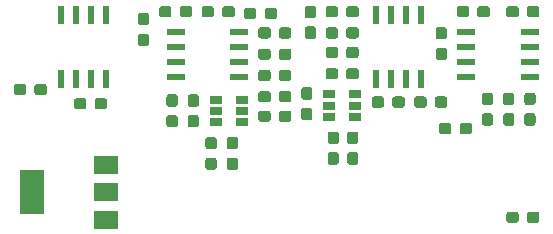
<source format=gtp>
G04 #@! TF.GenerationSoftware,KiCad,Pcbnew,(5.0.0-rc2-178-g3c7b91b96)*
G04 #@! TF.CreationDate,2018-07-31T16:18:19+02:00*
G04 #@! TF.ProjectId,pcb2,706362322E6B696361645F7063620000,1*
G04 #@! TF.SameCoordinates,Original*
G04 #@! TF.FileFunction,Paste,Top*
G04 #@! TF.FilePolarity,Positive*
%FSLAX46Y46*%
G04 Gerber Fmt 4.6, Leading zero omitted, Abs format (unit mm)*
G04 Created by KiCad (PCBNEW (5.0.0-rc2-178-g3c7b91b96)) date 07/31/18 16:18:19*
%MOMM*%
%LPD*%
G01*
G04 APERTURE LIST*
%ADD10C,0.100000*%
%ADD11C,0.950000*%
%ADD12R,1.550000X0.600000*%
%ADD13R,0.600000X1.550000*%
%ADD14R,2.000000X3.800000*%
%ADD15R,2.000000X1.500000*%
%ADD16R,1.060000X0.650000*%
G04 APERTURE END LIST*
D10*
G04 #@! TO.C,C12*
G36*
X90465779Y-82506144D02*
X90488834Y-82509563D01*
X90511443Y-82515227D01*
X90533387Y-82523079D01*
X90554457Y-82533044D01*
X90574448Y-82545026D01*
X90593168Y-82558910D01*
X90610438Y-82574562D01*
X90626090Y-82591832D01*
X90639974Y-82610552D01*
X90651956Y-82630543D01*
X90661921Y-82651613D01*
X90669773Y-82673557D01*
X90675437Y-82696166D01*
X90678856Y-82719221D01*
X90680000Y-82742500D01*
X90680000Y-83217500D01*
X90678856Y-83240779D01*
X90675437Y-83263834D01*
X90669773Y-83286443D01*
X90661921Y-83308387D01*
X90651956Y-83329457D01*
X90639974Y-83349448D01*
X90626090Y-83368168D01*
X90610438Y-83385438D01*
X90593168Y-83401090D01*
X90574448Y-83414974D01*
X90554457Y-83426956D01*
X90533387Y-83436921D01*
X90511443Y-83444773D01*
X90488834Y-83450437D01*
X90465779Y-83453856D01*
X90442500Y-83455000D01*
X89867500Y-83455000D01*
X89844221Y-83453856D01*
X89821166Y-83450437D01*
X89798557Y-83444773D01*
X89776613Y-83436921D01*
X89755543Y-83426956D01*
X89735552Y-83414974D01*
X89716832Y-83401090D01*
X89699562Y-83385438D01*
X89683910Y-83368168D01*
X89670026Y-83349448D01*
X89658044Y-83329457D01*
X89648079Y-83308387D01*
X89640227Y-83286443D01*
X89634563Y-83263834D01*
X89631144Y-83240779D01*
X89630000Y-83217500D01*
X89630000Y-82742500D01*
X89631144Y-82719221D01*
X89634563Y-82696166D01*
X89640227Y-82673557D01*
X89648079Y-82651613D01*
X89658044Y-82630543D01*
X89670026Y-82610552D01*
X89683910Y-82591832D01*
X89699562Y-82574562D01*
X89716832Y-82558910D01*
X89735552Y-82545026D01*
X89755543Y-82533044D01*
X89776613Y-82523079D01*
X89798557Y-82515227D01*
X89821166Y-82509563D01*
X89844221Y-82506144D01*
X89867500Y-82505000D01*
X90442500Y-82505000D01*
X90465779Y-82506144D01*
X90465779Y-82506144D01*
G37*
D11*
X90155000Y-82980000D03*
D10*
G36*
X92215779Y-82506144D02*
X92238834Y-82509563D01*
X92261443Y-82515227D01*
X92283387Y-82523079D01*
X92304457Y-82533044D01*
X92324448Y-82545026D01*
X92343168Y-82558910D01*
X92360438Y-82574562D01*
X92376090Y-82591832D01*
X92389974Y-82610552D01*
X92401956Y-82630543D01*
X92411921Y-82651613D01*
X92419773Y-82673557D01*
X92425437Y-82696166D01*
X92428856Y-82719221D01*
X92430000Y-82742500D01*
X92430000Y-83217500D01*
X92428856Y-83240779D01*
X92425437Y-83263834D01*
X92419773Y-83286443D01*
X92411921Y-83308387D01*
X92401956Y-83329457D01*
X92389974Y-83349448D01*
X92376090Y-83368168D01*
X92360438Y-83385438D01*
X92343168Y-83401090D01*
X92324448Y-83414974D01*
X92304457Y-83426956D01*
X92283387Y-83436921D01*
X92261443Y-83444773D01*
X92238834Y-83450437D01*
X92215779Y-83453856D01*
X92192500Y-83455000D01*
X91617500Y-83455000D01*
X91594221Y-83453856D01*
X91571166Y-83450437D01*
X91548557Y-83444773D01*
X91526613Y-83436921D01*
X91505543Y-83426956D01*
X91485552Y-83414974D01*
X91466832Y-83401090D01*
X91449562Y-83385438D01*
X91433910Y-83368168D01*
X91420026Y-83349448D01*
X91408044Y-83329457D01*
X91398079Y-83308387D01*
X91390227Y-83286443D01*
X91384563Y-83263834D01*
X91381144Y-83240779D01*
X91380000Y-83217500D01*
X91380000Y-82742500D01*
X91381144Y-82719221D01*
X91384563Y-82696166D01*
X91390227Y-82673557D01*
X91398079Y-82651613D01*
X91408044Y-82630543D01*
X91420026Y-82610552D01*
X91433910Y-82591832D01*
X91449562Y-82574562D01*
X91466832Y-82558910D01*
X91485552Y-82545026D01*
X91505543Y-82533044D01*
X91526613Y-82523079D01*
X91548557Y-82515227D01*
X91571166Y-82509563D01*
X91594221Y-82506144D01*
X91617500Y-82505000D01*
X92192500Y-82505000D01*
X92215779Y-82506144D01*
X92215779Y-82506144D01*
G37*
D11*
X91905000Y-82980000D03*
G04 #@! TD*
D10*
G04 #@! TO.C,C24*
G36*
X99715779Y-90156144D02*
X99738834Y-90159563D01*
X99761443Y-90165227D01*
X99783387Y-90173079D01*
X99804457Y-90183044D01*
X99824448Y-90195026D01*
X99843168Y-90208910D01*
X99860438Y-90224562D01*
X99876090Y-90241832D01*
X99889974Y-90260552D01*
X99901956Y-90280543D01*
X99911921Y-90301613D01*
X99919773Y-90323557D01*
X99925437Y-90346166D01*
X99928856Y-90369221D01*
X99930000Y-90392500D01*
X99930000Y-90867500D01*
X99928856Y-90890779D01*
X99925437Y-90913834D01*
X99919773Y-90936443D01*
X99911921Y-90958387D01*
X99901956Y-90979457D01*
X99889974Y-90999448D01*
X99876090Y-91018168D01*
X99860438Y-91035438D01*
X99843168Y-91051090D01*
X99824448Y-91064974D01*
X99804457Y-91076956D01*
X99783387Y-91086921D01*
X99761443Y-91094773D01*
X99738834Y-91100437D01*
X99715779Y-91103856D01*
X99692500Y-91105000D01*
X99117500Y-91105000D01*
X99094221Y-91103856D01*
X99071166Y-91100437D01*
X99048557Y-91094773D01*
X99026613Y-91086921D01*
X99005543Y-91076956D01*
X98985552Y-91064974D01*
X98966832Y-91051090D01*
X98949562Y-91035438D01*
X98933910Y-91018168D01*
X98920026Y-90999448D01*
X98908044Y-90979457D01*
X98898079Y-90958387D01*
X98890227Y-90936443D01*
X98884563Y-90913834D01*
X98881144Y-90890779D01*
X98880000Y-90867500D01*
X98880000Y-90392500D01*
X98881144Y-90369221D01*
X98884563Y-90346166D01*
X98890227Y-90323557D01*
X98898079Y-90301613D01*
X98908044Y-90280543D01*
X98920026Y-90260552D01*
X98933910Y-90241832D01*
X98949562Y-90224562D01*
X98966832Y-90208910D01*
X98985552Y-90195026D01*
X99005543Y-90183044D01*
X99026613Y-90173079D01*
X99048557Y-90165227D01*
X99071166Y-90159563D01*
X99094221Y-90156144D01*
X99117500Y-90155000D01*
X99692500Y-90155000D01*
X99715779Y-90156144D01*
X99715779Y-90156144D01*
G37*
D11*
X99405000Y-90630000D03*
D10*
G36*
X97965779Y-90156144D02*
X97988834Y-90159563D01*
X98011443Y-90165227D01*
X98033387Y-90173079D01*
X98054457Y-90183044D01*
X98074448Y-90195026D01*
X98093168Y-90208910D01*
X98110438Y-90224562D01*
X98126090Y-90241832D01*
X98139974Y-90260552D01*
X98151956Y-90280543D01*
X98161921Y-90301613D01*
X98169773Y-90323557D01*
X98175437Y-90346166D01*
X98178856Y-90369221D01*
X98180000Y-90392500D01*
X98180000Y-90867500D01*
X98178856Y-90890779D01*
X98175437Y-90913834D01*
X98169773Y-90936443D01*
X98161921Y-90958387D01*
X98151956Y-90979457D01*
X98139974Y-90999448D01*
X98126090Y-91018168D01*
X98110438Y-91035438D01*
X98093168Y-91051090D01*
X98074448Y-91064974D01*
X98054457Y-91076956D01*
X98033387Y-91086921D01*
X98011443Y-91094773D01*
X97988834Y-91100437D01*
X97965779Y-91103856D01*
X97942500Y-91105000D01*
X97367500Y-91105000D01*
X97344221Y-91103856D01*
X97321166Y-91100437D01*
X97298557Y-91094773D01*
X97276613Y-91086921D01*
X97255543Y-91076956D01*
X97235552Y-91064974D01*
X97216832Y-91051090D01*
X97199562Y-91035438D01*
X97183910Y-91018168D01*
X97170026Y-90999448D01*
X97158044Y-90979457D01*
X97148079Y-90958387D01*
X97140227Y-90936443D01*
X97134563Y-90913834D01*
X97131144Y-90890779D01*
X97130000Y-90867500D01*
X97130000Y-90392500D01*
X97131144Y-90369221D01*
X97134563Y-90346166D01*
X97140227Y-90323557D01*
X97148079Y-90301613D01*
X97158044Y-90280543D01*
X97170026Y-90260552D01*
X97183910Y-90241832D01*
X97199562Y-90224562D01*
X97216832Y-90208910D01*
X97235552Y-90195026D01*
X97255543Y-90183044D01*
X97276613Y-90173079D01*
X97298557Y-90165227D01*
X97321166Y-90159563D01*
X97344221Y-90156144D01*
X97367500Y-90155000D01*
X97942500Y-90155000D01*
X97965779Y-90156144D01*
X97965779Y-90156144D01*
G37*
D11*
X97655000Y-90630000D03*
G04 #@! TD*
D10*
G04 #@! TO.C,C23*
G36*
X90465779Y-84306144D02*
X90488834Y-84309563D01*
X90511443Y-84315227D01*
X90533387Y-84323079D01*
X90554457Y-84333044D01*
X90574448Y-84345026D01*
X90593168Y-84358910D01*
X90610438Y-84374562D01*
X90626090Y-84391832D01*
X90639974Y-84410552D01*
X90651956Y-84430543D01*
X90661921Y-84451613D01*
X90669773Y-84473557D01*
X90675437Y-84496166D01*
X90678856Y-84519221D01*
X90680000Y-84542500D01*
X90680000Y-85017500D01*
X90678856Y-85040779D01*
X90675437Y-85063834D01*
X90669773Y-85086443D01*
X90661921Y-85108387D01*
X90651956Y-85129457D01*
X90639974Y-85149448D01*
X90626090Y-85168168D01*
X90610438Y-85185438D01*
X90593168Y-85201090D01*
X90574448Y-85214974D01*
X90554457Y-85226956D01*
X90533387Y-85236921D01*
X90511443Y-85244773D01*
X90488834Y-85250437D01*
X90465779Y-85253856D01*
X90442500Y-85255000D01*
X89867500Y-85255000D01*
X89844221Y-85253856D01*
X89821166Y-85250437D01*
X89798557Y-85244773D01*
X89776613Y-85236921D01*
X89755543Y-85226956D01*
X89735552Y-85214974D01*
X89716832Y-85201090D01*
X89699562Y-85185438D01*
X89683910Y-85168168D01*
X89670026Y-85149448D01*
X89658044Y-85129457D01*
X89648079Y-85108387D01*
X89640227Y-85086443D01*
X89634563Y-85063834D01*
X89631144Y-85040779D01*
X89630000Y-85017500D01*
X89630000Y-84542500D01*
X89631144Y-84519221D01*
X89634563Y-84496166D01*
X89640227Y-84473557D01*
X89648079Y-84451613D01*
X89658044Y-84430543D01*
X89670026Y-84410552D01*
X89683910Y-84391832D01*
X89699562Y-84374562D01*
X89716832Y-84358910D01*
X89735552Y-84345026D01*
X89755543Y-84333044D01*
X89776613Y-84323079D01*
X89798557Y-84315227D01*
X89821166Y-84309563D01*
X89844221Y-84306144D01*
X89867500Y-84305000D01*
X90442500Y-84305000D01*
X90465779Y-84306144D01*
X90465779Y-84306144D01*
G37*
D11*
X90155000Y-84780000D03*
D10*
G36*
X92215779Y-84306144D02*
X92238834Y-84309563D01*
X92261443Y-84315227D01*
X92283387Y-84323079D01*
X92304457Y-84333044D01*
X92324448Y-84345026D01*
X92343168Y-84358910D01*
X92360438Y-84374562D01*
X92376090Y-84391832D01*
X92389974Y-84410552D01*
X92401956Y-84430543D01*
X92411921Y-84451613D01*
X92419773Y-84473557D01*
X92425437Y-84496166D01*
X92428856Y-84519221D01*
X92430000Y-84542500D01*
X92430000Y-85017500D01*
X92428856Y-85040779D01*
X92425437Y-85063834D01*
X92419773Y-85086443D01*
X92411921Y-85108387D01*
X92401956Y-85129457D01*
X92389974Y-85149448D01*
X92376090Y-85168168D01*
X92360438Y-85185438D01*
X92343168Y-85201090D01*
X92324448Y-85214974D01*
X92304457Y-85226956D01*
X92283387Y-85236921D01*
X92261443Y-85244773D01*
X92238834Y-85250437D01*
X92215779Y-85253856D01*
X92192500Y-85255000D01*
X91617500Y-85255000D01*
X91594221Y-85253856D01*
X91571166Y-85250437D01*
X91548557Y-85244773D01*
X91526613Y-85236921D01*
X91505543Y-85226956D01*
X91485552Y-85214974D01*
X91466832Y-85201090D01*
X91449562Y-85185438D01*
X91433910Y-85168168D01*
X91420026Y-85149448D01*
X91408044Y-85129457D01*
X91398079Y-85108387D01*
X91390227Y-85086443D01*
X91384563Y-85063834D01*
X91381144Y-85040779D01*
X91380000Y-85017500D01*
X91380000Y-84542500D01*
X91381144Y-84519221D01*
X91384563Y-84496166D01*
X91390227Y-84473557D01*
X91398079Y-84451613D01*
X91408044Y-84430543D01*
X91420026Y-84410552D01*
X91433910Y-84391832D01*
X91449562Y-84374562D01*
X91466832Y-84358910D01*
X91485552Y-84345026D01*
X91505543Y-84333044D01*
X91526613Y-84323079D01*
X91548557Y-84315227D01*
X91571166Y-84309563D01*
X91594221Y-84306144D01*
X91617500Y-84305000D01*
X92192500Y-84305000D01*
X92215779Y-84306144D01*
X92215779Y-84306144D01*
G37*
D11*
X91905000Y-84780000D03*
G04 #@! TD*
D10*
G04 #@! TO.C,C22*
G36*
X86515779Y-91356144D02*
X86538834Y-91359563D01*
X86561443Y-91365227D01*
X86583387Y-91373079D01*
X86604457Y-91383044D01*
X86624448Y-91395026D01*
X86643168Y-91408910D01*
X86660438Y-91424562D01*
X86676090Y-91441832D01*
X86689974Y-91460552D01*
X86701956Y-91480543D01*
X86711921Y-91501613D01*
X86719773Y-91523557D01*
X86725437Y-91546166D01*
X86728856Y-91569221D01*
X86730000Y-91592500D01*
X86730000Y-92067500D01*
X86728856Y-92090779D01*
X86725437Y-92113834D01*
X86719773Y-92136443D01*
X86711921Y-92158387D01*
X86701956Y-92179457D01*
X86689974Y-92199448D01*
X86676090Y-92218168D01*
X86660438Y-92235438D01*
X86643168Y-92251090D01*
X86624448Y-92264974D01*
X86604457Y-92276956D01*
X86583387Y-92286921D01*
X86561443Y-92294773D01*
X86538834Y-92300437D01*
X86515779Y-92303856D01*
X86492500Y-92305000D01*
X85917500Y-92305000D01*
X85894221Y-92303856D01*
X85871166Y-92300437D01*
X85848557Y-92294773D01*
X85826613Y-92286921D01*
X85805543Y-92276956D01*
X85785552Y-92264974D01*
X85766832Y-92251090D01*
X85749562Y-92235438D01*
X85733910Y-92218168D01*
X85720026Y-92199448D01*
X85708044Y-92179457D01*
X85698079Y-92158387D01*
X85690227Y-92136443D01*
X85684563Y-92113834D01*
X85681144Y-92090779D01*
X85680000Y-92067500D01*
X85680000Y-91592500D01*
X85681144Y-91569221D01*
X85684563Y-91546166D01*
X85690227Y-91523557D01*
X85698079Y-91501613D01*
X85708044Y-91480543D01*
X85720026Y-91460552D01*
X85733910Y-91441832D01*
X85749562Y-91424562D01*
X85766832Y-91408910D01*
X85785552Y-91395026D01*
X85805543Y-91383044D01*
X85826613Y-91373079D01*
X85848557Y-91365227D01*
X85871166Y-91359563D01*
X85894221Y-91356144D01*
X85917500Y-91355000D01*
X86492500Y-91355000D01*
X86515779Y-91356144D01*
X86515779Y-91356144D01*
G37*
D11*
X86205000Y-91830000D03*
D10*
G36*
X84765779Y-91356144D02*
X84788834Y-91359563D01*
X84811443Y-91365227D01*
X84833387Y-91373079D01*
X84854457Y-91383044D01*
X84874448Y-91395026D01*
X84893168Y-91408910D01*
X84910438Y-91424562D01*
X84926090Y-91441832D01*
X84939974Y-91460552D01*
X84951956Y-91480543D01*
X84961921Y-91501613D01*
X84969773Y-91523557D01*
X84975437Y-91546166D01*
X84978856Y-91569221D01*
X84980000Y-91592500D01*
X84980000Y-92067500D01*
X84978856Y-92090779D01*
X84975437Y-92113834D01*
X84969773Y-92136443D01*
X84961921Y-92158387D01*
X84951956Y-92179457D01*
X84939974Y-92199448D01*
X84926090Y-92218168D01*
X84910438Y-92235438D01*
X84893168Y-92251090D01*
X84874448Y-92264974D01*
X84854457Y-92276956D01*
X84833387Y-92286921D01*
X84811443Y-92294773D01*
X84788834Y-92300437D01*
X84765779Y-92303856D01*
X84742500Y-92305000D01*
X84167500Y-92305000D01*
X84144221Y-92303856D01*
X84121166Y-92300437D01*
X84098557Y-92294773D01*
X84076613Y-92286921D01*
X84055543Y-92276956D01*
X84035552Y-92264974D01*
X84016832Y-92251090D01*
X83999562Y-92235438D01*
X83983910Y-92218168D01*
X83970026Y-92199448D01*
X83958044Y-92179457D01*
X83948079Y-92158387D01*
X83940227Y-92136443D01*
X83934563Y-92113834D01*
X83931144Y-92090779D01*
X83930000Y-92067500D01*
X83930000Y-91592500D01*
X83931144Y-91569221D01*
X83934563Y-91546166D01*
X83940227Y-91523557D01*
X83948079Y-91501613D01*
X83958044Y-91480543D01*
X83970026Y-91460552D01*
X83983910Y-91441832D01*
X83999562Y-91424562D01*
X84016832Y-91408910D01*
X84035552Y-91395026D01*
X84055543Y-91383044D01*
X84076613Y-91373079D01*
X84098557Y-91365227D01*
X84121166Y-91359563D01*
X84144221Y-91356144D01*
X84167500Y-91355000D01*
X84742500Y-91355000D01*
X84765779Y-91356144D01*
X84765779Y-91356144D01*
G37*
D11*
X84455000Y-91830000D03*
G04 #@! TD*
D10*
G04 #@! TO.C,C21*
G36*
X86515779Y-84306144D02*
X86538834Y-84309563D01*
X86561443Y-84315227D01*
X86583387Y-84323079D01*
X86604457Y-84333044D01*
X86624448Y-84345026D01*
X86643168Y-84358910D01*
X86660438Y-84374562D01*
X86676090Y-84391832D01*
X86689974Y-84410552D01*
X86701956Y-84430543D01*
X86711921Y-84451613D01*
X86719773Y-84473557D01*
X86725437Y-84496166D01*
X86728856Y-84519221D01*
X86730000Y-84542500D01*
X86730000Y-85017500D01*
X86728856Y-85040779D01*
X86725437Y-85063834D01*
X86719773Y-85086443D01*
X86711921Y-85108387D01*
X86701956Y-85129457D01*
X86689974Y-85149448D01*
X86676090Y-85168168D01*
X86660438Y-85185438D01*
X86643168Y-85201090D01*
X86624448Y-85214974D01*
X86604457Y-85226956D01*
X86583387Y-85236921D01*
X86561443Y-85244773D01*
X86538834Y-85250437D01*
X86515779Y-85253856D01*
X86492500Y-85255000D01*
X85917500Y-85255000D01*
X85894221Y-85253856D01*
X85871166Y-85250437D01*
X85848557Y-85244773D01*
X85826613Y-85236921D01*
X85805543Y-85226956D01*
X85785552Y-85214974D01*
X85766832Y-85201090D01*
X85749562Y-85185438D01*
X85733910Y-85168168D01*
X85720026Y-85149448D01*
X85708044Y-85129457D01*
X85698079Y-85108387D01*
X85690227Y-85086443D01*
X85684563Y-85063834D01*
X85681144Y-85040779D01*
X85680000Y-85017500D01*
X85680000Y-84542500D01*
X85681144Y-84519221D01*
X85684563Y-84496166D01*
X85690227Y-84473557D01*
X85698079Y-84451613D01*
X85708044Y-84430543D01*
X85720026Y-84410552D01*
X85733910Y-84391832D01*
X85749562Y-84374562D01*
X85766832Y-84358910D01*
X85785552Y-84345026D01*
X85805543Y-84333044D01*
X85826613Y-84323079D01*
X85848557Y-84315227D01*
X85871166Y-84309563D01*
X85894221Y-84306144D01*
X85917500Y-84305000D01*
X86492500Y-84305000D01*
X86515779Y-84306144D01*
X86515779Y-84306144D01*
G37*
D11*
X86205000Y-84780000D03*
D10*
G36*
X84765779Y-84306144D02*
X84788834Y-84309563D01*
X84811443Y-84315227D01*
X84833387Y-84323079D01*
X84854457Y-84333044D01*
X84874448Y-84345026D01*
X84893168Y-84358910D01*
X84910438Y-84374562D01*
X84926090Y-84391832D01*
X84939974Y-84410552D01*
X84951956Y-84430543D01*
X84961921Y-84451613D01*
X84969773Y-84473557D01*
X84975437Y-84496166D01*
X84978856Y-84519221D01*
X84980000Y-84542500D01*
X84980000Y-85017500D01*
X84978856Y-85040779D01*
X84975437Y-85063834D01*
X84969773Y-85086443D01*
X84961921Y-85108387D01*
X84951956Y-85129457D01*
X84939974Y-85149448D01*
X84926090Y-85168168D01*
X84910438Y-85185438D01*
X84893168Y-85201090D01*
X84874448Y-85214974D01*
X84854457Y-85226956D01*
X84833387Y-85236921D01*
X84811443Y-85244773D01*
X84788834Y-85250437D01*
X84765779Y-85253856D01*
X84742500Y-85255000D01*
X84167500Y-85255000D01*
X84144221Y-85253856D01*
X84121166Y-85250437D01*
X84098557Y-85244773D01*
X84076613Y-85236921D01*
X84055543Y-85226956D01*
X84035552Y-85214974D01*
X84016832Y-85201090D01*
X83999562Y-85185438D01*
X83983910Y-85168168D01*
X83970026Y-85149448D01*
X83958044Y-85129457D01*
X83948079Y-85108387D01*
X83940227Y-85086443D01*
X83934563Y-85063834D01*
X83931144Y-85040779D01*
X83930000Y-85017500D01*
X83930000Y-84542500D01*
X83931144Y-84519221D01*
X83934563Y-84496166D01*
X83940227Y-84473557D01*
X83948079Y-84451613D01*
X83958044Y-84430543D01*
X83970026Y-84410552D01*
X83983910Y-84391832D01*
X83999562Y-84374562D01*
X84016832Y-84358910D01*
X84035552Y-84345026D01*
X84055543Y-84333044D01*
X84076613Y-84323079D01*
X84098557Y-84315227D01*
X84121166Y-84309563D01*
X84144221Y-84306144D01*
X84167500Y-84305000D01*
X84742500Y-84305000D01*
X84765779Y-84306144D01*
X84765779Y-84306144D01*
G37*
D11*
X84455000Y-84780000D03*
G04 #@! TD*
D10*
G04 #@! TO.C,C20*
G36*
X81715779Y-82506144D02*
X81738834Y-82509563D01*
X81761443Y-82515227D01*
X81783387Y-82523079D01*
X81804457Y-82533044D01*
X81824448Y-82545026D01*
X81843168Y-82558910D01*
X81860438Y-82574562D01*
X81876090Y-82591832D01*
X81889974Y-82610552D01*
X81901956Y-82630543D01*
X81911921Y-82651613D01*
X81919773Y-82673557D01*
X81925437Y-82696166D01*
X81928856Y-82719221D01*
X81930000Y-82742500D01*
X81930000Y-83217500D01*
X81928856Y-83240779D01*
X81925437Y-83263834D01*
X81919773Y-83286443D01*
X81911921Y-83308387D01*
X81901956Y-83329457D01*
X81889974Y-83349448D01*
X81876090Y-83368168D01*
X81860438Y-83385438D01*
X81843168Y-83401090D01*
X81824448Y-83414974D01*
X81804457Y-83426956D01*
X81783387Y-83436921D01*
X81761443Y-83444773D01*
X81738834Y-83450437D01*
X81715779Y-83453856D01*
X81692500Y-83455000D01*
X81117500Y-83455000D01*
X81094221Y-83453856D01*
X81071166Y-83450437D01*
X81048557Y-83444773D01*
X81026613Y-83436921D01*
X81005543Y-83426956D01*
X80985552Y-83414974D01*
X80966832Y-83401090D01*
X80949562Y-83385438D01*
X80933910Y-83368168D01*
X80920026Y-83349448D01*
X80908044Y-83329457D01*
X80898079Y-83308387D01*
X80890227Y-83286443D01*
X80884563Y-83263834D01*
X80881144Y-83240779D01*
X80880000Y-83217500D01*
X80880000Y-82742500D01*
X80881144Y-82719221D01*
X80884563Y-82696166D01*
X80890227Y-82673557D01*
X80898079Y-82651613D01*
X80908044Y-82630543D01*
X80920026Y-82610552D01*
X80933910Y-82591832D01*
X80949562Y-82574562D01*
X80966832Y-82558910D01*
X80985552Y-82545026D01*
X81005543Y-82533044D01*
X81026613Y-82523079D01*
X81048557Y-82515227D01*
X81071166Y-82509563D01*
X81094221Y-82506144D01*
X81117500Y-82505000D01*
X81692500Y-82505000D01*
X81715779Y-82506144D01*
X81715779Y-82506144D01*
G37*
D11*
X81405000Y-82980000D03*
D10*
G36*
X79965779Y-82506144D02*
X79988834Y-82509563D01*
X80011443Y-82515227D01*
X80033387Y-82523079D01*
X80054457Y-82533044D01*
X80074448Y-82545026D01*
X80093168Y-82558910D01*
X80110438Y-82574562D01*
X80126090Y-82591832D01*
X80139974Y-82610552D01*
X80151956Y-82630543D01*
X80161921Y-82651613D01*
X80169773Y-82673557D01*
X80175437Y-82696166D01*
X80178856Y-82719221D01*
X80180000Y-82742500D01*
X80180000Y-83217500D01*
X80178856Y-83240779D01*
X80175437Y-83263834D01*
X80169773Y-83286443D01*
X80161921Y-83308387D01*
X80151956Y-83329457D01*
X80139974Y-83349448D01*
X80126090Y-83368168D01*
X80110438Y-83385438D01*
X80093168Y-83401090D01*
X80074448Y-83414974D01*
X80054457Y-83426956D01*
X80033387Y-83436921D01*
X80011443Y-83444773D01*
X79988834Y-83450437D01*
X79965779Y-83453856D01*
X79942500Y-83455000D01*
X79367500Y-83455000D01*
X79344221Y-83453856D01*
X79321166Y-83450437D01*
X79298557Y-83444773D01*
X79276613Y-83436921D01*
X79255543Y-83426956D01*
X79235552Y-83414974D01*
X79216832Y-83401090D01*
X79199562Y-83385438D01*
X79183910Y-83368168D01*
X79170026Y-83349448D01*
X79158044Y-83329457D01*
X79148079Y-83308387D01*
X79140227Y-83286443D01*
X79134563Y-83263834D01*
X79131144Y-83240779D01*
X79130000Y-83217500D01*
X79130000Y-82742500D01*
X79131144Y-82719221D01*
X79134563Y-82696166D01*
X79140227Y-82673557D01*
X79148079Y-82651613D01*
X79158044Y-82630543D01*
X79170026Y-82610552D01*
X79183910Y-82591832D01*
X79199562Y-82574562D01*
X79216832Y-82558910D01*
X79235552Y-82545026D01*
X79255543Y-82533044D01*
X79276613Y-82523079D01*
X79298557Y-82515227D01*
X79321166Y-82509563D01*
X79344221Y-82506144D01*
X79367500Y-82505000D01*
X79942500Y-82505000D01*
X79965779Y-82506144D01*
X79965779Y-82506144D01*
G37*
D11*
X79655000Y-82980000D03*
G04 #@! TD*
D10*
G04 #@! TO.C,C19*
G36*
X88590779Y-82481144D02*
X88613834Y-82484563D01*
X88636443Y-82490227D01*
X88658387Y-82498079D01*
X88679457Y-82508044D01*
X88699448Y-82520026D01*
X88718168Y-82533910D01*
X88735438Y-82549562D01*
X88751090Y-82566832D01*
X88764974Y-82585552D01*
X88776956Y-82605543D01*
X88786921Y-82626613D01*
X88794773Y-82648557D01*
X88800437Y-82671166D01*
X88803856Y-82694221D01*
X88805000Y-82717500D01*
X88805000Y-83292500D01*
X88803856Y-83315779D01*
X88800437Y-83338834D01*
X88794773Y-83361443D01*
X88786921Y-83383387D01*
X88776956Y-83404457D01*
X88764974Y-83424448D01*
X88751090Y-83443168D01*
X88735438Y-83460438D01*
X88718168Y-83476090D01*
X88699448Y-83489974D01*
X88679457Y-83501956D01*
X88658387Y-83511921D01*
X88636443Y-83519773D01*
X88613834Y-83525437D01*
X88590779Y-83528856D01*
X88567500Y-83530000D01*
X88092500Y-83530000D01*
X88069221Y-83528856D01*
X88046166Y-83525437D01*
X88023557Y-83519773D01*
X88001613Y-83511921D01*
X87980543Y-83501956D01*
X87960552Y-83489974D01*
X87941832Y-83476090D01*
X87924562Y-83460438D01*
X87908910Y-83443168D01*
X87895026Y-83424448D01*
X87883044Y-83404457D01*
X87873079Y-83383387D01*
X87865227Y-83361443D01*
X87859563Y-83338834D01*
X87856144Y-83315779D01*
X87855000Y-83292500D01*
X87855000Y-82717500D01*
X87856144Y-82694221D01*
X87859563Y-82671166D01*
X87865227Y-82648557D01*
X87873079Y-82626613D01*
X87883044Y-82605543D01*
X87895026Y-82585552D01*
X87908910Y-82566832D01*
X87924562Y-82549562D01*
X87941832Y-82533910D01*
X87960552Y-82520026D01*
X87980543Y-82508044D01*
X88001613Y-82498079D01*
X88023557Y-82490227D01*
X88046166Y-82484563D01*
X88069221Y-82481144D01*
X88092500Y-82480000D01*
X88567500Y-82480000D01*
X88590779Y-82481144D01*
X88590779Y-82481144D01*
G37*
D11*
X88330000Y-83005000D03*
D10*
G36*
X88590779Y-84231144D02*
X88613834Y-84234563D01*
X88636443Y-84240227D01*
X88658387Y-84248079D01*
X88679457Y-84258044D01*
X88699448Y-84270026D01*
X88718168Y-84283910D01*
X88735438Y-84299562D01*
X88751090Y-84316832D01*
X88764974Y-84335552D01*
X88776956Y-84355543D01*
X88786921Y-84376613D01*
X88794773Y-84398557D01*
X88800437Y-84421166D01*
X88803856Y-84444221D01*
X88805000Y-84467500D01*
X88805000Y-85042500D01*
X88803856Y-85065779D01*
X88800437Y-85088834D01*
X88794773Y-85111443D01*
X88786921Y-85133387D01*
X88776956Y-85154457D01*
X88764974Y-85174448D01*
X88751090Y-85193168D01*
X88735438Y-85210438D01*
X88718168Y-85226090D01*
X88699448Y-85239974D01*
X88679457Y-85251956D01*
X88658387Y-85261921D01*
X88636443Y-85269773D01*
X88613834Y-85275437D01*
X88590779Y-85278856D01*
X88567500Y-85280000D01*
X88092500Y-85280000D01*
X88069221Y-85278856D01*
X88046166Y-85275437D01*
X88023557Y-85269773D01*
X88001613Y-85261921D01*
X87980543Y-85251956D01*
X87960552Y-85239974D01*
X87941832Y-85226090D01*
X87924562Y-85210438D01*
X87908910Y-85193168D01*
X87895026Y-85174448D01*
X87883044Y-85154457D01*
X87873079Y-85133387D01*
X87865227Y-85111443D01*
X87859563Y-85088834D01*
X87856144Y-85065779D01*
X87855000Y-85042500D01*
X87855000Y-84467500D01*
X87856144Y-84444221D01*
X87859563Y-84421166D01*
X87865227Y-84398557D01*
X87873079Y-84376613D01*
X87883044Y-84355543D01*
X87895026Y-84335552D01*
X87908910Y-84316832D01*
X87924562Y-84299562D01*
X87941832Y-84283910D01*
X87960552Y-84270026D01*
X87980543Y-84258044D01*
X88001613Y-84248079D01*
X88023557Y-84240227D01*
X88046166Y-84234563D01*
X88069221Y-84231144D01*
X88092500Y-84230000D01*
X88567500Y-84230000D01*
X88590779Y-84231144D01*
X88590779Y-84231144D01*
G37*
D11*
X88330000Y-84755000D03*
G04 #@! TD*
D10*
G04 #@! TO.C,C18*
G36*
X86515779Y-87906144D02*
X86538834Y-87909563D01*
X86561443Y-87915227D01*
X86583387Y-87923079D01*
X86604457Y-87933044D01*
X86624448Y-87945026D01*
X86643168Y-87958910D01*
X86660438Y-87974562D01*
X86676090Y-87991832D01*
X86689974Y-88010552D01*
X86701956Y-88030543D01*
X86711921Y-88051613D01*
X86719773Y-88073557D01*
X86725437Y-88096166D01*
X86728856Y-88119221D01*
X86730000Y-88142500D01*
X86730000Y-88617500D01*
X86728856Y-88640779D01*
X86725437Y-88663834D01*
X86719773Y-88686443D01*
X86711921Y-88708387D01*
X86701956Y-88729457D01*
X86689974Y-88749448D01*
X86676090Y-88768168D01*
X86660438Y-88785438D01*
X86643168Y-88801090D01*
X86624448Y-88814974D01*
X86604457Y-88826956D01*
X86583387Y-88836921D01*
X86561443Y-88844773D01*
X86538834Y-88850437D01*
X86515779Y-88853856D01*
X86492500Y-88855000D01*
X85917500Y-88855000D01*
X85894221Y-88853856D01*
X85871166Y-88850437D01*
X85848557Y-88844773D01*
X85826613Y-88836921D01*
X85805543Y-88826956D01*
X85785552Y-88814974D01*
X85766832Y-88801090D01*
X85749562Y-88785438D01*
X85733910Y-88768168D01*
X85720026Y-88749448D01*
X85708044Y-88729457D01*
X85698079Y-88708387D01*
X85690227Y-88686443D01*
X85684563Y-88663834D01*
X85681144Y-88640779D01*
X85680000Y-88617500D01*
X85680000Y-88142500D01*
X85681144Y-88119221D01*
X85684563Y-88096166D01*
X85690227Y-88073557D01*
X85698079Y-88051613D01*
X85708044Y-88030543D01*
X85720026Y-88010552D01*
X85733910Y-87991832D01*
X85749562Y-87974562D01*
X85766832Y-87958910D01*
X85785552Y-87945026D01*
X85805543Y-87933044D01*
X85826613Y-87923079D01*
X85848557Y-87915227D01*
X85871166Y-87909563D01*
X85894221Y-87906144D01*
X85917500Y-87905000D01*
X86492500Y-87905000D01*
X86515779Y-87906144D01*
X86515779Y-87906144D01*
G37*
D11*
X86205000Y-88380000D03*
D10*
G36*
X84765779Y-87906144D02*
X84788834Y-87909563D01*
X84811443Y-87915227D01*
X84833387Y-87923079D01*
X84854457Y-87933044D01*
X84874448Y-87945026D01*
X84893168Y-87958910D01*
X84910438Y-87974562D01*
X84926090Y-87991832D01*
X84939974Y-88010552D01*
X84951956Y-88030543D01*
X84961921Y-88051613D01*
X84969773Y-88073557D01*
X84975437Y-88096166D01*
X84978856Y-88119221D01*
X84980000Y-88142500D01*
X84980000Y-88617500D01*
X84978856Y-88640779D01*
X84975437Y-88663834D01*
X84969773Y-88686443D01*
X84961921Y-88708387D01*
X84951956Y-88729457D01*
X84939974Y-88749448D01*
X84926090Y-88768168D01*
X84910438Y-88785438D01*
X84893168Y-88801090D01*
X84874448Y-88814974D01*
X84854457Y-88826956D01*
X84833387Y-88836921D01*
X84811443Y-88844773D01*
X84788834Y-88850437D01*
X84765779Y-88853856D01*
X84742500Y-88855000D01*
X84167500Y-88855000D01*
X84144221Y-88853856D01*
X84121166Y-88850437D01*
X84098557Y-88844773D01*
X84076613Y-88836921D01*
X84055543Y-88826956D01*
X84035552Y-88814974D01*
X84016832Y-88801090D01*
X83999562Y-88785438D01*
X83983910Y-88768168D01*
X83970026Y-88749448D01*
X83958044Y-88729457D01*
X83948079Y-88708387D01*
X83940227Y-88686443D01*
X83934563Y-88663834D01*
X83931144Y-88640779D01*
X83930000Y-88617500D01*
X83930000Y-88142500D01*
X83931144Y-88119221D01*
X83934563Y-88096166D01*
X83940227Y-88073557D01*
X83948079Y-88051613D01*
X83958044Y-88030543D01*
X83970026Y-88010552D01*
X83983910Y-87991832D01*
X83999562Y-87974562D01*
X84016832Y-87958910D01*
X84035552Y-87945026D01*
X84055543Y-87933044D01*
X84076613Y-87923079D01*
X84098557Y-87915227D01*
X84121166Y-87909563D01*
X84144221Y-87906144D01*
X84167500Y-87905000D01*
X84742500Y-87905000D01*
X84765779Y-87906144D01*
X84765779Y-87906144D01*
G37*
D11*
X84455000Y-88380000D03*
G04 #@! TD*
D10*
G04 #@! TO.C,C17*
G36*
X76890779Y-91731144D02*
X76913834Y-91734563D01*
X76936443Y-91740227D01*
X76958387Y-91748079D01*
X76979457Y-91758044D01*
X76999448Y-91770026D01*
X77018168Y-91783910D01*
X77035438Y-91799562D01*
X77051090Y-91816832D01*
X77064974Y-91835552D01*
X77076956Y-91855543D01*
X77086921Y-91876613D01*
X77094773Y-91898557D01*
X77100437Y-91921166D01*
X77103856Y-91944221D01*
X77105000Y-91967500D01*
X77105000Y-92542500D01*
X77103856Y-92565779D01*
X77100437Y-92588834D01*
X77094773Y-92611443D01*
X77086921Y-92633387D01*
X77076956Y-92654457D01*
X77064974Y-92674448D01*
X77051090Y-92693168D01*
X77035438Y-92710438D01*
X77018168Y-92726090D01*
X76999448Y-92739974D01*
X76979457Y-92751956D01*
X76958387Y-92761921D01*
X76936443Y-92769773D01*
X76913834Y-92775437D01*
X76890779Y-92778856D01*
X76867500Y-92780000D01*
X76392500Y-92780000D01*
X76369221Y-92778856D01*
X76346166Y-92775437D01*
X76323557Y-92769773D01*
X76301613Y-92761921D01*
X76280543Y-92751956D01*
X76260552Y-92739974D01*
X76241832Y-92726090D01*
X76224562Y-92710438D01*
X76208910Y-92693168D01*
X76195026Y-92674448D01*
X76183044Y-92654457D01*
X76173079Y-92633387D01*
X76165227Y-92611443D01*
X76159563Y-92588834D01*
X76156144Y-92565779D01*
X76155000Y-92542500D01*
X76155000Y-91967500D01*
X76156144Y-91944221D01*
X76159563Y-91921166D01*
X76165227Y-91898557D01*
X76173079Y-91876613D01*
X76183044Y-91855543D01*
X76195026Y-91835552D01*
X76208910Y-91816832D01*
X76224562Y-91799562D01*
X76241832Y-91783910D01*
X76260552Y-91770026D01*
X76280543Y-91758044D01*
X76301613Y-91748079D01*
X76323557Y-91740227D01*
X76346166Y-91734563D01*
X76369221Y-91731144D01*
X76392500Y-91730000D01*
X76867500Y-91730000D01*
X76890779Y-91731144D01*
X76890779Y-91731144D01*
G37*
D11*
X76630000Y-92255000D03*
D10*
G36*
X76890779Y-89981144D02*
X76913834Y-89984563D01*
X76936443Y-89990227D01*
X76958387Y-89998079D01*
X76979457Y-90008044D01*
X76999448Y-90020026D01*
X77018168Y-90033910D01*
X77035438Y-90049562D01*
X77051090Y-90066832D01*
X77064974Y-90085552D01*
X77076956Y-90105543D01*
X77086921Y-90126613D01*
X77094773Y-90148557D01*
X77100437Y-90171166D01*
X77103856Y-90194221D01*
X77105000Y-90217500D01*
X77105000Y-90792500D01*
X77103856Y-90815779D01*
X77100437Y-90838834D01*
X77094773Y-90861443D01*
X77086921Y-90883387D01*
X77076956Y-90904457D01*
X77064974Y-90924448D01*
X77051090Y-90943168D01*
X77035438Y-90960438D01*
X77018168Y-90976090D01*
X76999448Y-90989974D01*
X76979457Y-91001956D01*
X76958387Y-91011921D01*
X76936443Y-91019773D01*
X76913834Y-91025437D01*
X76890779Y-91028856D01*
X76867500Y-91030000D01*
X76392500Y-91030000D01*
X76369221Y-91028856D01*
X76346166Y-91025437D01*
X76323557Y-91019773D01*
X76301613Y-91011921D01*
X76280543Y-91001956D01*
X76260552Y-90989974D01*
X76241832Y-90976090D01*
X76224562Y-90960438D01*
X76208910Y-90943168D01*
X76195026Y-90924448D01*
X76183044Y-90904457D01*
X76173079Y-90883387D01*
X76165227Y-90861443D01*
X76159563Y-90838834D01*
X76156144Y-90815779D01*
X76155000Y-90792500D01*
X76155000Y-90217500D01*
X76156144Y-90194221D01*
X76159563Y-90171166D01*
X76165227Y-90148557D01*
X76173079Y-90126613D01*
X76183044Y-90105543D01*
X76195026Y-90085552D01*
X76208910Y-90066832D01*
X76224562Y-90049562D01*
X76241832Y-90033910D01*
X76260552Y-90020026D01*
X76280543Y-90008044D01*
X76301613Y-89998079D01*
X76323557Y-89990227D01*
X76346166Y-89984563D01*
X76369221Y-89981144D01*
X76392500Y-89980000D01*
X76867500Y-89980000D01*
X76890779Y-89981144D01*
X76890779Y-89981144D01*
G37*
D11*
X76630000Y-90505000D03*
G04 #@! TD*
D10*
G04 #@! TO.C,C16*
G36*
X105765779Y-82506144D02*
X105788834Y-82509563D01*
X105811443Y-82515227D01*
X105833387Y-82523079D01*
X105854457Y-82533044D01*
X105874448Y-82545026D01*
X105893168Y-82558910D01*
X105910438Y-82574562D01*
X105926090Y-82591832D01*
X105939974Y-82610552D01*
X105951956Y-82630543D01*
X105961921Y-82651613D01*
X105969773Y-82673557D01*
X105975437Y-82696166D01*
X105978856Y-82719221D01*
X105980000Y-82742500D01*
X105980000Y-83217500D01*
X105978856Y-83240779D01*
X105975437Y-83263834D01*
X105969773Y-83286443D01*
X105961921Y-83308387D01*
X105951956Y-83329457D01*
X105939974Y-83349448D01*
X105926090Y-83368168D01*
X105910438Y-83385438D01*
X105893168Y-83401090D01*
X105874448Y-83414974D01*
X105854457Y-83426956D01*
X105833387Y-83436921D01*
X105811443Y-83444773D01*
X105788834Y-83450437D01*
X105765779Y-83453856D01*
X105742500Y-83455000D01*
X105167500Y-83455000D01*
X105144221Y-83453856D01*
X105121166Y-83450437D01*
X105098557Y-83444773D01*
X105076613Y-83436921D01*
X105055543Y-83426956D01*
X105035552Y-83414974D01*
X105016832Y-83401090D01*
X104999562Y-83385438D01*
X104983910Y-83368168D01*
X104970026Y-83349448D01*
X104958044Y-83329457D01*
X104948079Y-83308387D01*
X104940227Y-83286443D01*
X104934563Y-83263834D01*
X104931144Y-83240779D01*
X104930000Y-83217500D01*
X104930000Y-82742500D01*
X104931144Y-82719221D01*
X104934563Y-82696166D01*
X104940227Y-82673557D01*
X104948079Y-82651613D01*
X104958044Y-82630543D01*
X104970026Y-82610552D01*
X104983910Y-82591832D01*
X104999562Y-82574562D01*
X105016832Y-82558910D01*
X105035552Y-82545026D01*
X105055543Y-82533044D01*
X105076613Y-82523079D01*
X105098557Y-82515227D01*
X105121166Y-82509563D01*
X105144221Y-82506144D01*
X105167500Y-82505000D01*
X105742500Y-82505000D01*
X105765779Y-82506144D01*
X105765779Y-82506144D01*
G37*
D11*
X105455000Y-82980000D03*
D10*
G36*
X107515779Y-82506144D02*
X107538834Y-82509563D01*
X107561443Y-82515227D01*
X107583387Y-82523079D01*
X107604457Y-82533044D01*
X107624448Y-82545026D01*
X107643168Y-82558910D01*
X107660438Y-82574562D01*
X107676090Y-82591832D01*
X107689974Y-82610552D01*
X107701956Y-82630543D01*
X107711921Y-82651613D01*
X107719773Y-82673557D01*
X107725437Y-82696166D01*
X107728856Y-82719221D01*
X107730000Y-82742500D01*
X107730000Y-83217500D01*
X107728856Y-83240779D01*
X107725437Y-83263834D01*
X107719773Y-83286443D01*
X107711921Y-83308387D01*
X107701956Y-83329457D01*
X107689974Y-83349448D01*
X107676090Y-83368168D01*
X107660438Y-83385438D01*
X107643168Y-83401090D01*
X107624448Y-83414974D01*
X107604457Y-83426956D01*
X107583387Y-83436921D01*
X107561443Y-83444773D01*
X107538834Y-83450437D01*
X107515779Y-83453856D01*
X107492500Y-83455000D01*
X106917500Y-83455000D01*
X106894221Y-83453856D01*
X106871166Y-83450437D01*
X106848557Y-83444773D01*
X106826613Y-83436921D01*
X106805543Y-83426956D01*
X106785552Y-83414974D01*
X106766832Y-83401090D01*
X106749562Y-83385438D01*
X106733910Y-83368168D01*
X106720026Y-83349448D01*
X106708044Y-83329457D01*
X106698079Y-83308387D01*
X106690227Y-83286443D01*
X106684563Y-83263834D01*
X106681144Y-83240779D01*
X106680000Y-83217500D01*
X106680000Y-82742500D01*
X106681144Y-82719221D01*
X106684563Y-82696166D01*
X106690227Y-82673557D01*
X106698079Y-82651613D01*
X106708044Y-82630543D01*
X106720026Y-82610552D01*
X106733910Y-82591832D01*
X106749562Y-82574562D01*
X106766832Y-82558910D01*
X106785552Y-82545026D01*
X106805543Y-82533044D01*
X106826613Y-82523079D01*
X106848557Y-82515227D01*
X106871166Y-82509563D01*
X106894221Y-82506144D01*
X106917500Y-82505000D01*
X107492500Y-82505000D01*
X107515779Y-82506144D01*
X107515779Y-82506144D01*
G37*
D11*
X107205000Y-82980000D03*
G04 #@! TD*
D10*
G04 #@! TO.C,C13*
G36*
X78690779Y-91731144D02*
X78713834Y-91734563D01*
X78736443Y-91740227D01*
X78758387Y-91748079D01*
X78779457Y-91758044D01*
X78799448Y-91770026D01*
X78818168Y-91783910D01*
X78835438Y-91799562D01*
X78851090Y-91816832D01*
X78864974Y-91835552D01*
X78876956Y-91855543D01*
X78886921Y-91876613D01*
X78894773Y-91898557D01*
X78900437Y-91921166D01*
X78903856Y-91944221D01*
X78905000Y-91967500D01*
X78905000Y-92542500D01*
X78903856Y-92565779D01*
X78900437Y-92588834D01*
X78894773Y-92611443D01*
X78886921Y-92633387D01*
X78876956Y-92654457D01*
X78864974Y-92674448D01*
X78851090Y-92693168D01*
X78835438Y-92710438D01*
X78818168Y-92726090D01*
X78799448Y-92739974D01*
X78779457Y-92751956D01*
X78758387Y-92761921D01*
X78736443Y-92769773D01*
X78713834Y-92775437D01*
X78690779Y-92778856D01*
X78667500Y-92780000D01*
X78192500Y-92780000D01*
X78169221Y-92778856D01*
X78146166Y-92775437D01*
X78123557Y-92769773D01*
X78101613Y-92761921D01*
X78080543Y-92751956D01*
X78060552Y-92739974D01*
X78041832Y-92726090D01*
X78024562Y-92710438D01*
X78008910Y-92693168D01*
X77995026Y-92674448D01*
X77983044Y-92654457D01*
X77973079Y-92633387D01*
X77965227Y-92611443D01*
X77959563Y-92588834D01*
X77956144Y-92565779D01*
X77955000Y-92542500D01*
X77955000Y-91967500D01*
X77956144Y-91944221D01*
X77959563Y-91921166D01*
X77965227Y-91898557D01*
X77973079Y-91876613D01*
X77983044Y-91855543D01*
X77995026Y-91835552D01*
X78008910Y-91816832D01*
X78024562Y-91799562D01*
X78041832Y-91783910D01*
X78060552Y-91770026D01*
X78080543Y-91758044D01*
X78101613Y-91748079D01*
X78123557Y-91740227D01*
X78146166Y-91734563D01*
X78169221Y-91731144D01*
X78192500Y-91730000D01*
X78667500Y-91730000D01*
X78690779Y-91731144D01*
X78690779Y-91731144D01*
G37*
D11*
X78430000Y-92255000D03*
D10*
G36*
X78690779Y-89981144D02*
X78713834Y-89984563D01*
X78736443Y-89990227D01*
X78758387Y-89998079D01*
X78779457Y-90008044D01*
X78799448Y-90020026D01*
X78818168Y-90033910D01*
X78835438Y-90049562D01*
X78851090Y-90066832D01*
X78864974Y-90085552D01*
X78876956Y-90105543D01*
X78886921Y-90126613D01*
X78894773Y-90148557D01*
X78900437Y-90171166D01*
X78903856Y-90194221D01*
X78905000Y-90217500D01*
X78905000Y-90792500D01*
X78903856Y-90815779D01*
X78900437Y-90838834D01*
X78894773Y-90861443D01*
X78886921Y-90883387D01*
X78876956Y-90904457D01*
X78864974Y-90924448D01*
X78851090Y-90943168D01*
X78835438Y-90960438D01*
X78818168Y-90976090D01*
X78799448Y-90989974D01*
X78779457Y-91001956D01*
X78758387Y-91011921D01*
X78736443Y-91019773D01*
X78713834Y-91025437D01*
X78690779Y-91028856D01*
X78667500Y-91030000D01*
X78192500Y-91030000D01*
X78169221Y-91028856D01*
X78146166Y-91025437D01*
X78123557Y-91019773D01*
X78101613Y-91011921D01*
X78080543Y-91001956D01*
X78060552Y-90989974D01*
X78041832Y-90976090D01*
X78024562Y-90960438D01*
X78008910Y-90943168D01*
X77995026Y-90924448D01*
X77983044Y-90904457D01*
X77973079Y-90883387D01*
X77965227Y-90861443D01*
X77959563Y-90838834D01*
X77956144Y-90815779D01*
X77955000Y-90792500D01*
X77955000Y-90217500D01*
X77956144Y-90194221D01*
X77959563Y-90171166D01*
X77965227Y-90148557D01*
X77973079Y-90126613D01*
X77983044Y-90105543D01*
X77995026Y-90085552D01*
X78008910Y-90066832D01*
X78024562Y-90049562D01*
X78041832Y-90033910D01*
X78060552Y-90020026D01*
X78080543Y-90008044D01*
X78101613Y-89998079D01*
X78123557Y-89990227D01*
X78146166Y-89984563D01*
X78169221Y-89981144D01*
X78192500Y-89980000D01*
X78667500Y-89980000D01*
X78690779Y-89981144D01*
X78690779Y-89981144D01*
G37*
D11*
X78430000Y-90505000D03*
G04 #@! TD*
D10*
G04 #@! TO.C,C11*
G36*
X83565779Y-82656144D02*
X83588834Y-82659563D01*
X83611443Y-82665227D01*
X83633387Y-82673079D01*
X83654457Y-82683044D01*
X83674448Y-82695026D01*
X83693168Y-82708910D01*
X83710438Y-82724562D01*
X83726090Y-82741832D01*
X83739974Y-82760552D01*
X83751956Y-82780543D01*
X83761921Y-82801613D01*
X83769773Y-82823557D01*
X83775437Y-82846166D01*
X83778856Y-82869221D01*
X83780000Y-82892500D01*
X83780000Y-83367500D01*
X83778856Y-83390779D01*
X83775437Y-83413834D01*
X83769773Y-83436443D01*
X83761921Y-83458387D01*
X83751956Y-83479457D01*
X83739974Y-83499448D01*
X83726090Y-83518168D01*
X83710438Y-83535438D01*
X83693168Y-83551090D01*
X83674448Y-83564974D01*
X83654457Y-83576956D01*
X83633387Y-83586921D01*
X83611443Y-83594773D01*
X83588834Y-83600437D01*
X83565779Y-83603856D01*
X83542500Y-83605000D01*
X82967500Y-83605000D01*
X82944221Y-83603856D01*
X82921166Y-83600437D01*
X82898557Y-83594773D01*
X82876613Y-83586921D01*
X82855543Y-83576956D01*
X82835552Y-83564974D01*
X82816832Y-83551090D01*
X82799562Y-83535438D01*
X82783910Y-83518168D01*
X82770026Y-83499448D01*
X82758044Y-83479457D01*
X82748079Y-83458387D01*
X82740227Y-83436443D01*
X82734563Y-83413834D01*
X82731144Y-83390779D01*
X82730000Y-83367500D01*
X82730000Y-82892500D01*
X82731144Y-82869221D01*
X82734563Y-82846166D01*
X82740227Y-82823557D01*
X82748079Y-82801613D01*
X82758044Y-82780543D01*
X82770026Y-82760552D01*
X82783910Y-82741832D01*
X82799562Y-82724562D01*
X82816832Y-82708910D01*
X82835552Y-82695026D01*
X82855543Y-82683044D01*
X82876613Y-82673079D01*
X82898557Y-82665227D01*
X82921166Y-82659563D01*
X82944221Y-82656144D01*
X82967500Y-82655000D01*
X83542500Y-82655000D01*
X83565779Y-82656144D01*
X83565779Y-82656144D01*
G37*
D11*
X83255000Y-83130000D03*
D10*
G36*
X85315779Y-82656144D02*
X85338834Y-82659563D01*
X85361443Y-82665227D01*
X85383387Y-82673079D01*
X85404457Y-82683044D01*
X85424448Y-82695026D01*
X85443168Y-82708910D01*
X85460438Y-82724562D01*
X85476090Y-82741832D01*
X85489974Y-82760552D01*
X85501956Y-82780543D01*
X85511921Y-82801613D01*
X85519773Y-82823557D01*
X85525437Y-82846166D01*
X85528856Y-82869221D01*
X85530000Y-82892500D01*
X85530000Y-83367500D01*
X85528856Y-83390779D01*
X85525437Y-83413834D01*
X85519773Y-83436443D01*
X85511921Y-83458387D01*
X85501956Y-83479457D01*
X85489974Y-83499448D01*
X85476090Y-83518168D01*
X85460438Y-83535438D01*
X85443168Y-83551090D01*
X85424448Y-83564974D01*
X85404457Y-83576956D01*
X85383387Y-83586921D01*
X85361443Y-83594773D01*
X85338834Y-83600437D01*
X85315779Y-83603856D01*
X85292500Y-83605000D01*
X84717500Y-83605000D01*
X84694221Y-83603856D01*
X84671166Y-83600437D01*
X84648557Y-83594773D01*
X84626613Y-83586921D01*
X84605543Y-83576956D01*
X84585552Y-83564974D01*
X84566832Y-83551090D01*
X84549562Y-83535438D01*
X84533910Y-83518168D01*
X84520026Y-83499448D01*
X84508044Y-83479457D01*
X84498079Y-83458387D01*
X84490227Y-83436443D01*
X84484563Y-83413834D01*
X84481144Y-83390779D01*
X84480000Y-83367500D01*
X84480000Y-82892500D01*
X84481144Y-82869221D01*
X84484563Y-82846166D01*
X84490227Y-82823557D01*
X84498079Y-82801613D01*
X84508044Y-82780543D01*
X84520026Y-82760552D01*
X84533910Y-82741832D01*
X84549562Y-82724562D01*
X84566832Y-82708910D01*
X84585552Y-82695026D01*
X84605543Y-82683044D01*
X84626613Y-82673079D01*
X84648557Y-82665227D01*
X84671166Y-82659563D01*
X84694221Y-82656144D01*
X84717500Y-82655000D01*
X85292500Y-82655000D01*
X85315779Y-82656144D01*
X85315779Y-82656144D01*
G37*
D11*
X85005000Y-83130000D03*
G04 #@! TD*
D10*
G04 #@! TO.C,C10*
G36*
X64065779Y-89106144D02*
X64088834Y-89109563D01*
X64111443Y-89115227D01*
X64133387Y-89123079D01*
X64154457Y-89133044D01*
X64174448Y-89145026D01*
X64193168Y-89158910D01*
X64210438Y-89174562D01*
X64226090Y-89191832D01*
X64239974Y-89210552D01*
X64251956Y-89230543D01*
X64261921Y-89251613D01*
X64269773Y-89273557D01*
X64275437Y-89296166D01*
X64278856Y-89319221D01*
X64280000Y-89342500D01*
X64280000Y-89817500D01*
X64278856Y-89840779D01*
X64275437Y-89863834D01*
X64269773Y-89886443D01*
X64261921Y-89908387D01*
X64251956Y-89929457D01*
X64239974Y-89949448D01*
X64226090Y-89968168D01*
X64210438Y-89985438D01*
X64193168Y-90001090D01*
X64174448Y-90014974D01*
X64154457Y-90026956D01*
X64133387Y-90036921D01*
X64111443Y-90044773D01*
X64088834Y-90050437D01*
X64065779Y-90053856D01*
X64042500Y-90055000D01*
X63467500Y-90055000D01*
X63444221Y-90053856D01*
X63421166Y-90050437D01*
X63398557Y-90044773D01*
X63376613Y-90036921D01*
X63355543Y-90026956D01*
X63335552Y-90014974D01*
X63316832Y-90001090D01*
X63299562Y-89985438D01*
X63283910Y-89968168D01*
X63270026Y-89949448D01*
X63258044Y-89929457D01*
X63248079Y-89908387D01*
X63240227Y-89886443D01*
X63234563Y-89863834D01*
X63231144Y-89840779D01*
X63230000Y-89817500D01*
X63230000Y-89342500D01*
X63231144Y-89319221D01*
X63234563Y-89296166D01*
X63240227Y-89273557D01*
X63248079Y-89251613D01*
X63258044Y-89230543D01*
X63270026Y-89210552D01*
X63283910Y-89191832D01*
X63299562Y-89174562D01*
X63316832Y-89158910D01*
X63335552Y-89145026D01*
X63355543Y-89133044D01*
X63376613Y-89123079D01*
X63398557Y-89115227D01*
X63421166Y-89109563D01*
X63444221Y-89106144D01*
X63467500Y-89105000D01*
X64042500Y-89105000D01*
X64065779Y-89106144D01*
X64065779Y-89106144D01*
G37*
D11*
X63755000Y-89580000D03*
D10*
G36*
X65815779Y-89106144D02*
X65838834Y-89109563D01*
X65861443Y-89115227D01*
X65883387Y-89123079D01*
X65904457Y-89133044D01*
X65924448Y-89145026D01*
X65943168Y-89158910D01*
X65960438Y-89174562D01*
X65976090Y-89191832D01*
X65989974Y-89210552D01*
X66001956Y-89230543D01*
X66011921Y-89251613D01*
X66019773Y-89273557D01*
X66025437Y-89296166D01*
X66028856Y-89319221D01*
X66030000Y-89342500D01*
X66030000Y-89817500D01*
X66028856Y-89840779D01*
X66025437Y-89863834D01*
X66019773Y-89886443D01*
X66011921Y-89908387D01*
X66001956Y-89929457D01*
X65989974Y-89949448D01*
X65976090Y-89968168D01*
X65960438Y-89985438D01*
X65943168Y-90001090D01*
X65924448Y-90014974D01*
X65904457Y-90026956D01*
X65883387Y-90036921D01*
X65861443Y-90044773D01*
X65838834Y-90050437D01*
X65815779Y-90053856D01*
X65792500Y-90055000D01*
X65217500Y-90055000D01*
X65194221Y-90053856D01*
X65171166Y-90050437D01*
X65148557Y-90044773D01*
X65126613Y-90036921D01*
X65105543Y-90026956D01*
X65085552Y-90014974D01*
X65066832Y-90001090D01*
X65049562Y-89985438D01*
X65033910Y-89968168D01*
X65020026Y-89949448D01*
X65008044Y-89929457D01*
X64998079Y-89908387D01*
X64990227Y-89886443D01*
X64984563Y-89863834D01*
X64981144Y-89840779D01*
X64980000Y-89817500D01*
X64980000Y-89342500D01*
X64981144Y-89319221D01*
X64984563Y-89296166D01*
X64990227Y-89273557D01*
X64998079Y-89251613D01*
X65008044Y-89230543D01*
X65020026Y-89210552D01*
X65033910Y-89191832D01*
X65049562Y-89174562D01*
X65066832Y-89158910D01*
X65085552Y-89145026D01*
X65105543Y-89133044D01*
X65126613Y-89123079D01*
X65148557Y-89115227D01*
X65171166Y-89109563D01*
X65194221Y-89106144D01*
X65217500Y-89105000D01*
X65792500Y-89105000D01*
X65815779Y-89106144D01*
X65815779Y-89106144D01*
G37*
D11*
X65505000Y-89580000D03*
G04 #@! TD*
D10*
G04 #@! TO.C,C9*
G36*
X70915779Y-90306144D02*
X70938834Y-90309563D01*
X70961443Y-90315227D01*
X70983387Y-90323079D01*
X71004457Y-90333044D01*
X71024448Y-90345026D01*
X71043168Y-90358910D01*
X71060438Y-90374562D01*
X71076090Y-90391832D01*
X71089974Y-90410552D01*
X71101956Y-90430543D01*
X71111921Y-90451613D01*
X71119773Y-90473557D01*
X71125437Y-90496166D01*
X71128856Y-90519221D01*
X71130000Y-90542500D01*
X71130000Y-91017500D01*
X71128856Y-91040779D01*
X71125437Y-91063834D01*
X71119773Y-91086443D01*
X71111921Y-91108387D01*
X71101956Y-91129457D01*
X71089974Y-91149448D01*
X71076090Y-91168168D01*
X71060438Y-91185438D01*
X71043168Y-91201090D01*
X71024448Y-91214974D01*
X71004457Y-91226956D01*
X70983387Y-91236921D01*
X70961443Y-91244773D01*
X70938834Y-91250437D01*
X70915779Y-91253856D01*
X70892500Y-91255000D01*
X70317500Y-91255000D01*
X70294221Y-91253856D01*
X70271166Y-91250437D01*
X70248557Y-91244773D01*
X70226613Y-91236921D01*
X70205543Y-91226956D01*
X70185552Y-91214974D01*
X70166832Y-91201090D01*
X70149562Y-91185438D01*
X70133910Y-91168168D01*
X70120026Y-91149448D01*
X70108044Y-91129457D01*
X70098079Y-91108387D01*
X70090227Y-91086443D01*
X70084563Y-91063834D01*
X70081144Y-91040779D01*
X70080000Y-91017500D01*
X70080000Y-90542500D01*
X70081144Y-90519221D01*
X70084563Y-90496166D01*
X70090227Y-90473557D01*
X70098079Y-90451613D01*
X70108044Y-90430543D01*
X70120026Y-90410552D01*
X70133910Y-90391832D01*
X70149562Y-90374562D01*
X70166832Y-90358910D01*
X70185552Y-90345026D01*
X70205543Y-90333044D01*
X70226613Y-90323079D01*
X70248557Y-90315227D01*
X70271166Y-90309563D01*
X70294221Y-90306144D01*
X70317500Y-90305000D01*
X70892500Y-90305000D01*
X70915779Y-90306144D01*
X70915779Y-90306144D01*
G37*
D11*
X70605000Y-90780000D03*
D10*
G36*
X69165779Y-90306144D02*
X69188834Y-90309563D01*
X69211443Y-90315227D01*
X69233387Y-90323079D01*
X69254457Y-90333044D01*
X69274448Y-90345026D01*
X69293168Y-90358910D01*
X69310438Y-90374562D01*
X69326090Y-90391832D01*
X69339974Y-90410552D01*
X69351956Y-90430543D01*
X69361921Y-90451613D01*
X69369773Y-90473557D01*
X69375437Y-90496166D01*
X69378856Y-90519221D01*
X69380000Y-90542500D01*
X69380000Y-91017500D01*
X69378856Y-91040779D01*
X69375437Y-91063834D01*
X69369773Y-91086443D01*
X69361921Y-91108387D01*
X69351956Y-91129457D01*
X69339974Y-91149448D01*
X69326090Y-91168168D01*
X69310438Y-91185438D01*
X69293168Y-91201090D01*
X69274448Y-91214974D01*
X69254457Y-91226956D01*
X69233387Y-91236921D01*
X69211443Y-91244773D01*
X69188834Y-91250437D01*
X69165779Y-91253856D01*
X69142500Y-91255000D01*
X68567500Y-91255000D01*
X68544221Y-91253856D01*
X68521166Y-91250437D01*
X68498557Y-91244773D01*
X68476613Y-91236921D01*
X68455543Y-91226956D01*
X68435552Y-91214974D01*
X68416832Y-91201090D01*
X68399562Y-91185438D01*
X68383910Y-91168168D01*
X68370026Y-91149448D01*
X68358044Y-91129457D01*
X68348079Y-91108387D01*
X68340227Y-91086443D01*
X68334563Y-91063834D01*
X68331144Y-91040779D01*
X68330000Y-91017500D01*
X68330000Y-90542500D01*
X68331144Y-90519221D01*
X68334563Y-90496166D01*
X68340227Y-90473557D01*
X68348079Y-90451613D01*
X68358044Y-90430543D01*
X68370026Y-90410552D01*
X68383910Y-90391832D01*
X68399562Y-90374562D01*
X68416832Y-90358910D01*
X68435552Y-90345026D01*
X68455543Y-90333044D01*
X68476613Y-90323079D01*
X68498557Y-90315227D01*
X68521166Y-90309563D01*
X68544221Y-90306144D01*
X68567500Y-90305000D01*
X69142500Y-90305000D01*
X69165779Y-90306144D01*
X69165779Y-90306144D01*
G37*
D11*
X68855000Y-90780000D03*
G04 #@! TD*
D10*
G04 #@! TO.C,C6*
G36*
X107515779Y-99906144D02*
X107538834Y-99909563D01*
X107561443Y-99915227D01*
X107583387Y-99923079D01*
X107604457Y-99933044D01*
X107624448Y-99945026D01*
X107643168Y-99958910D01*
X107660438Y-99974562D01*
X107676090Y-99991832D01*
X107689974Y-100010552D01*
X107701956Y-100030543D01*
X107711921Y-100051613D01*
X107719773Y-100073557D01*
X107725437Y-100096166D01*
X107728856Y-100119221D01*
X107730000Y-100142500D01*
X107730000Y-100617500D01*
X107728856Y-100640779D01*
X107725437Y-100663834D01*
X107719773Y-100686443D01*
X107711921Y-100708387D01*
X107701956Y-100729457D01*
X107689974Y-100749448D01*
X107676090Y-100768168D01*
X107660438Y-100785438D01*
X107643168Y-100801090D01*
X107624448Y-100814974D01*
X107604457Y-100826956D01*
X107583387Y-100836921D01*
X107561443Y-100844773D01*
X107538834Y-100850437D01*
X107515779Y-100853856D01*
X107492500Y-100855000D01*
X106917500Y-100855000D01*
X106894221Y-100853856D01*
X106871166Y-100850437D01*
X106848557Y-100844773D01*
X106826613Y-100836921D01*
X106805543Y-100826956D01*
X106785552Y-100814974D01*
X106766832Y-100801090D01*
X106749562Y-100785438D01*
X106733910Y-100768168D01*
X106720026Y-100749448D01*
X106708044Y-100729457D01*
X106698079Y-100708387D01*
X106690227Y-100686443D01*
X106684563Y-100663834D01*
X106681144Y-100640779D01*
X106680000Y-100617500D01*
X106680000Y-100142500D01*
X106681144Y-100119221D01*
X106684563Y-100096166D01*
X106690227Y-100073557D01*
X106698079Y-100051613D01*
X106708044Y-100030543D01*
X106720026Y-100010552D01*
X106733910Y-99991832D01*
X106749562Y-99974562D01*
X106766832Y-99958910D01*
X106785552Y-99945026D01*
X106805543Y-99933044D01*
X106826613Y-99923079D01*
X106848557Y-99915227D01*
X106871166Y-99909563D01*
X106894221Y-99906144D01*
X106917500Y-99905000D01*
X107492500Y-99905000D01*
X107515779Y-99906144D01*
X107515779Y-99906144D01*
G37*
D11*
X107205000Y-100380000D03*
D10*
G36*
X105765779Y-99906144D02*
X105788834Y-99909563D01*
X105811443Y-99915227D01*
X105833387Y-99923079D01*
X105854457Y-99933044D01*
X105874448Y-99945026D01*
X105893168Y-99958910D01*
X105910438Y-99974562D01*
X105926090Y-99991832D01*
X105939974Y-100010552D01*
X105951956Y-100030543D01*
X105961921Y-100051613D01*
X105969773Y-100073557D01*
X105975437Y-100096166D01*
X105978856Y-100119221D01*
X105980000Y-100142500D01*
X105980000Y-100617500D01*
X105978856Y-100640779D01*
X105975437Y-100663834D01*
X105969773Y-100686443D01*
X105961921Y-100708387D01*
X105951956Y-100729457D01*
X105939974Y-100749448D01*
X105926090Y-100768168D01*
X105910438Y-100785438D01*
X105893168Y-100801090D01*
X105874448Y-100814974D01*
X105854457Y-100826956D01*
X105833387Y-100836921D01*
X105811443Y-100844773D01*
X105788834Y-100850437D01*
X105765779Y-100853856D01*
X105742500Y-100855000D01*
X105167500Y-100855000D01*
X105144221Y-100853856D01*
X105121166Y-100850437D01*
X105098557Y-100844773D01*
X105076613Y-100836921D01*
X105055543Y-100826956D01*
X105035552Y-100814974D01*
X105016832Y-100801090D01*
X104999562Y-100785438D01*
X104983910Y-100768168D01*
X104970026Y-100749448D01*
X104958044Y-100729457D01*
X104948079Y-100708387D01*
X104940227Y-100686443D01*
X104934563Y-100663834D01*
X104931144Y-100640779D01*
X104930000Y-100617500D01*
X104930000Y-100142500D01*
X104931144Y-100119221D01*
X104934563Y-100096166D01*
X104940227Y-100073557D01*
X104948079Y-100051613D01*
X104958044Y-100030543D01*
X104970026Y-100010552D01*
X104983910Y-99991832D01*
X104999562Y-99974562D01*
X105016832Y-99958910D01*
X105035552Y-99945026D01*
X105055543Y-99933044D01*
X105076613Y-99923079D01*
X105098557Y-99915227D01*
X105121166Y-99909563D01*
X105144221Y-99906144D01*
X105167500Y-99905000D01*
X105742500Y-99905000D01*
X105765779Y-99906144D01*
X105765779Y-99906144D01*
G37*
D11*
X105455000Y-100380000D03*
G04 #@! TD*
D10*
G04 #@! TO.C,C14*
G36*
X88290779Y-91131144D02*
X88313834Y-91134563D01*
X88336443Y-91140227D01*
X88358387Y-91148079D01*
X88379457Y-91158044D01*
X88399448Y-91170026D01*
X88418168Y-91183910D01*
X88435438Y-91199562D01*
X88451090Y-91216832D01*
X88464974Y-91235552D01*
X88476956Y-91255543D01*
X88486921Y-91276613D01*
X88494773Y-91298557D01*
X88500437Y-91321166D01*
X88503856Y-91344221D01*
X88505000Y-91367500D01*
X88505000Y-91942500D01*
X88503856Y-91965779D01*
X88500437Y-91988834D01*
X88494773Y-92011443D01*
X88486921Y-92033387D01*
X88476956Y-92054457D01*
X88464974Y-92074448D01*
X88451090Y-92093168D01*
X88435438Y-92110438D01*
X88418168Y-92126090D01*
X88399448Y-92139974D01*
X88379457Y-92151956D01*
X88358387Y-92161921D01*
X88336443Y-92169773D01*
X88313834Y-92175437D01*
X88290779Y-92178856D01*
X88267500Y-92180000D01*
X87792500Y-92180000D01*
X87769221Y-92178856D01*
X87746166Y-92175437D01*
X87723557Y-92169773D01*
X87701613Y-92161921D01*
X87680543Y-92151956D01*
X87660552Y-92139974D01*
X87641832Y-92126090D01*
X87624562Y-92110438D01*
X87608910Y-92093168D01*
X87595026Y-92074448D01*
X87583044Y-92054457D01*
X87573079Y-92033387D01*
X87565227Y-92011443D01*
X87559563Y-91988834D01*
X87556144Y-91965779D01*
X87555000Y-91942500D01*
X87555000Y-91367500D01*
X87556144Y-91344221D01*
X87559563Y-91321166D01*
X87565227Y-91298557D01*
X87573079Y-91276613D01*
X87583044Y-91255543D01*
X87595026Y-91235552D01*
X87608910Y-91216832D01*
X87624562Y-91199562D01*
X87641832Y-91183910D01*
X87660552Y-91170026D01*
X87680543Y-91158044D01*
X87701613Y-91148079D01*
X87723557Y-91140227D01*
X87746166Y-91134563D01*
X87769221Y-91131144D01*
X87792500Y-91130000D01*
X88267500Y-91130000D01*
X88290779Y-91131144D01*
X88290779Y-91131144D01*
G37*
D11*
X88030000Y-91655000D03*
D10*
G36*
X88290779Y-89381144D02*
X88313834Y-89384563D01*
X88336443Y-89390227D01*
X88358387Y-89398079D01*
X88379457Y-89408044D01*
X88399448Y-89420026D01*
X88418168Y-89433910D01*
X88435438Y-89449562D01*
X88451090Y-89466832D01*
X88464974Y-89485552D01*
X88476956Y-89505543D01*
X88486921Y-89526613D01*
X88494773Y-89548557D01*
X88500437Y-89571166D01*
X88503856Y-89594221D01*
X88505000Y-89617500D01*
X88505000Y-90192500D01*
X88503856Y-90215779D01*
X88500437Y-90238834D01*
X88494773Y-90261443D01*
X88486921Y-90283387D01*
X88476956Y-90304457D01*
X88464974Y-90324448D01*
X88451090Y-90343168D01*
X88435438Y-90360438D01*
X88418168Y-90376090D01*
X88399448Y-90389974D01*
X88379457Y-90401956D01*
X88358387Y-90411921D01*
X88336443Y-90419773D01*
X88313834Y-90425437D01*
X88290779Y-90428856D01*
X88267500Y-90430000D01*
X87792500Y-90430000D01*
X87769221Y-90428856D01*
X87746166Y-90425437D01*
X87723557Y-90419773D01*
X87701613Y-90411921D01*
X87680543Y-90401956D01*
X87660552Y-90389974D01*
X87641832Y-90376090D01*
X87624562Y-90360438D01*
X87608910Y-90343168D01*
X87595026Y-90324448D01*
X87583044Y-90304457D01*
X87573079Y-90283387D01*
X87565227Y-90261443D01*
X87559563Y-90238834D01*
X87556144Y-90215779D01*
X87555000Y-90192500D01*
X87555000Y-89617500D01*
X87556144Y-89594221D01*
X87559563Y-89571166D01*
X87565227Y-89548557D01*
X87573079Y-89526613D01*
X87583044Y-89505543D01*
X87595026Y-89485552D01*
X87608910Y-89466832D01*
X87624562Y-89449562D01*
X87641832Y-89433910D01*
X87660552Y-89420026D01*
X87680543Y-89408044D01*
X87701613Y-89398079D01*
X87723557Y-89390227D01*
X87746166Y-89384563D01*
X87769221Y-89381144D01*
X87792500Y-89380000D01*
X88267500Y-89380000D01*
X88290779Y-89381144D01*
X88290779Y-89381144D01*
G37*
D11*
X88030000Y-89905000D03*
G04 #@! TD*
D10*
G04 #@! TO.C,C15*
G36*
X101565779Y-82506144D02*
X101588834Y-82509563D01*
X101611443Y-82515227D01*
X101633387Y-82523079D01*
X101654457Y-82533044D01*
X101674448Y-82545026D01*
X101693168Y-82558910D01*
X101710438Y-82574562D01*
X101726090Y-82591832D01*
X101739974Y-82610552D01*
X101751956Y-82630543D01*
X101761921Y-82651613D01*
X101769773Y-82673557D01*
X101775437Y-82696166D01*
X101778856Y-82719221D01*
X101780000Y-82742500D01*
X101780000Y-83217500D01*
X101778856Y-83240779D01*
X101775437Y-83263834D01*
X101769773Y-83286443D01*
X101761921Y-83308387D01*
X101751956Y-83329457D01*
X101739974Y-83349448D01*
X101726090Y-83368168D01*
X101710438Y-83385438D01*
X101693168Y-83401090D01*
X101674448Y-83414974D01*
X101654457Y-83426956D01*
X101633387Y-83436921D01*
X101611443Y-83444773D01*
X101588834Y-83450437D01*
X101565779Y-83453856D01*
X101542500Y-83455000D01*
X100967500Y-83455000D01*
X100944221Y-83453856D01*
X100921166Y-83450437D01*
X100898557Y-83444773D01*
X100876613Y-83436921D01*
X100855543Y-83426956D01*
X100835552Y-83414974D01*
X100816832Y-83401090D01*
X100799562Y-83385438D01*
X100783910Y-83368168D01*
X100770026Y-83349448D01*
X100758044Y-83329457D01*
X100748079Y-83308387D01*
X100740227Y-83286443D01*
X100734563Y-83263834D01*
X100731144Y-83240779D01*
X100730000Y-83217500D01*
X100730000Y-82742500D01*
X100731144Y-82719221D01*
X100734563Y-82696166D01*
X100740227Y-82673557D01*
X100748079Y-82651613D01*
X100758044Y-82630543D01*
X100770026Y-82610552D01*
X100783910Y-82591832D01*
X100799562Y-82574562D01*
X100816832Y-82558910D01*
X100835552Y-82545026D01*
X100855543Y-82533044D01*
X100876613Y-82523079D01*
X100898557Y-82515227D01*
X100921166Y-82509563D01*
X100944221Y-82506144D01*
X100967500Y-82505000D01*
X101542500Y-82505000D01*
X101565779Y-82506144D01*
X101565779Y-82506144D01*
G37*
D11*
X101255000Y-82980000D03*
D10*
G36*
X103315779Y-82506144D02*
X103338834Y-82509563D01*
X103361443Y-82515227D01*
X103383387Y-82523079D01*
X103404457Y-82533044D01*
X103424448Y-82545026D01*
X103443168Y-82558910D01*
X103460438Y-82574562D01*
X103476090Y-82591832D01*
X103489974Y-82610552D01*
X103501956Y-82630543D01*
X103511921Y-82651613D01*
X103519773Y-82673557D01*
X103525437Y-82696166D01*
X103528856Y-82719221D01*
X103530000Y-82742500D01*
X103530000Y-83217500D01*
X103528856Y-83240779D01*
X103525437Y-83263834D01*
X103519773Y-83286443D01*
X103511921Y-83308387D01*
X103501956Y-83329457D01*
X103489974Y-83349448D01*
X103476090Y-83368168D01*
X103460438Y-83385438D01*
X103443168Y-83401090D01*
X103424448Y-83414974D01*
X103404457Y-83426956D01*
X103383387Y-83436921D01*
X103361443Y-83444773D01*
X103338834Y-83450437D01*
X103315779Y-83453856D01*
X103292500Y-83455000D01*
X102717500Y-83455000D01*
X102694221Y-83453856D01*
X102671166Y-83450437D01*
X102648557Y-83444773D01*
X102626613Y-83436921D01*
X102605543Y-83426956D01*
X102585552Y-83414974D01*
X102566832Y-83401090D01*
X102549562Y-83385438D01*
X102533910Y-83368168D01*
X102520026Y-83349448D01*
X102508044Y-83329457D01*
X102498079Y-83308387D01*
X102490227Y-83286443D01*
X102484563Y-83263834D01*
X102481144Y-83240779D01*
X102480000Y-83217500D01*
X102480000Y-82742500D01*
X102481144Y-82719221D01*
X102484563Y-82696166D01*
X102490227Y-82673557D01*
X102498079Y-82651613D01*
X102508044Y-82630543D01*
X102520026Y-82610552D01*
X102533910Y-82591832D01*
X102549562Y-82574562D01*
X102566832Y-82558910D01*
X102585552Y-82545026D01*
X102605543Y-82533044D01*
X102626613Y-82523079D01*
X102648557Y-82515227D01*
X102671166Y-82509563D01*
X102694221Y-82506144D01*
X102717500Y-82505000D01*
X103292500Y-82505000D01*
X103315779Y-82506144D01*
X103315779Y-82506144D01*
G37*
D11*
X103005000Y-82980000D03*
G04 #@! TD*
D12*
G04 #@! TO.C,U6*
X106930000Y-84675000D03*
X106930000Y-85945000D03*
X106930000Y-87215000D03*
X106930000Y-88485000D03*
X101530000Y-88485000D03*
X101530000Y-87215000D03*
X101530000Y-85945000D03*
X101530000Y-84675000D03*
G04 #@! TD*
D13*
G04 #@! TO.C,U5*
X93925000Y-88680000D03*
X95195000Y-88680000D03*
X96465000Y-88680000D03*
X97735000Y-88680000D03*
X97735000Y-83280000D03*
X96465000Y-83280000D03*
X95195000Y-83280000D03*
X93925000Y-83280000D03*
G04 #@! TD*
D12*
G04 #@! TO.C,U4*
X82330000Y-84675000D03*
X82330000Y-85945000D03*
X82330000Y-87215000D03*
X82330000Y-88485000D03*
X76930000Y-88485000D03*
X76930000Y-87215000D03*
X76930000Y-85945000D03*
X76930000Y-84675000D03*
G04 #@! TD*
D13*
G04 #@! TO.C,U3*
X67225000Y-88680000D03*
X68495000Y-88680000D03*
X69765000Y-88680000D03*
X71035000Y-88680000D03*
X71035000Y-83280000D03*
X69765000Y-83280000D03*
X68495000Y-83280000D03*
X67225000Y-83280000D03*
G04 #@! TD*
D14*
G04 #@! TO.C,U1*
X64780000Y-98280000D03*
D15*
X71080000Y-98280000D03*
X71080000Y-95980000D03*
X71080000Y-100580000D03*
G04 #@! TD*
D16*
G04 #@! TO.C,U8*
X92130000Y-90930000D03*
X92130000Y-89980000D03*
X92130000Y-91880000D03*
X89930000Y-91880000D03*
X89930000Y-90930000D03*
X89930000Y-89980000D03*
G04 #@! TD*
G04 #@! TO.C,U7*
X80330000Y-90430000D03*
X80330000Y-91380000D03*
X80330000Y-92330000D03*
X82530000Y-92330000D03*
X82530000Y-90430000D03*
X82530000Y-91380000D03*
G04 #@! TD*
D10*
G04 #@! TO.C,R7*
G36*
X86515779Y-86106144D02*
X86538834Y-86109563D01*
X86561443Y-86115227D01*
X86583387Y-86123079D01*
X86604457Y-86133044D01*
X86624448Y-86145026D01*
X86643168Y-86158910D01*
X86660438Y-86174562D01*
X86676090Y-86191832D01*
X86689974Y-86210552D01*
X86701956Y-86230543D01*
X86711921Y-86251613D01*
X86719773Y-86273557D01*
X86725437Y-86296166D01*
X86728856Y-86319221D01*
X86730000Y-86342500D01*
X86730000Y-86817500D01*
X86728856Y-86840779D01*
X86725437Y-86863834D01*
X86719773Y-86886443D01*
X86711921Y-86908387D01*
X86701956Y-86929457D01*
X86689974Y-86949448D01*
X86676090Y-86968168D01*
X86660438Y-86985438D01*
X86643168Y-87001090D01*
X86624448Y-87014974D01*
X86604457Y-87026956D01*
X86583387Y-87036921D01*
X86561443Y-87044773D01*
X86538834Y-87050437D01*
X86515779Y-87053856D01*
X86492500Y-87055000D01*
X85917500Y-87055000D01*
X85894221Y-87053856D01*
X85871166Y-87050437D01*
X85848557Y-87044773D01*
X85826613Y-87036921D01*
X85805543Y-87026956D01*
X85785552Y-87014974D01*
X85766832Y-87001090D01*
X85749562Y-86985438D01*
X85733910Y-86968168D01*
X85720026Y-86949448D01*
X85708044Y-86929457D01*
X85698079Y-86908387D01*
X85690227Y-86886443D01*
X85684563Y-86863834D01*
X85681144Y-86840779D01*
X85680000Y-86817500D01*
X85680000Y-86342500D01*
X85681144Y-86319221D01*
X85684563Y-86296166D01*
X85690227Y-86273557D01*
X85698079Y-86251613D01*
X85708044Y-86230543D01*
X85720026Y-86210552D01*
X85733910Y-86191832D01*
X85749562Y-86174562D01*
X85766832Y-86158910D01*
X85785552Y-86145026D01*
X85805543Y-86133044D01*
X85826613Y-86123079D01*
X85848557Y-86115227D01*
X85871166Y-86109563D01*
X85894221Y-86106144D01*
X85917500Y-86105000D01*
X86492500Y-86105000D01*
X86515779Y-86106144D01*
X86515779Y-86106144D01*
G37*
D11*
X86205000Y-86580000D03*
D10*
G36*
X84765779Y-86106144D02*
X84788834Y-86109563D01*
X84811443Y-86115227D01*
X84833387Y-86123079D01*
X84854457Y-86133044D01*
X84874448Y-86145026D01*
X84893168Y-86158910D01*
X84910438Y-86174562D01*
X84926090Y-86191832D01*
X84939974Y-86210552D01*
X84951956Y-86230543D01*
X84961921Y-86251613D01*
X84969773Y-86273557D01*
X84975437Y-86296166D01*
X84978856Y-86319221D01*
X84980000Y-86342500D01*
X84980000Y-86817500D01*
X84978856Y-86840779D01*
X84975437Y-86863834D01*
X84969773Y-86886443D01*
X84961921Y-86908387D01*
X84951956Y-86929457D01*
X84939974Y-86949448D01*
X84926090Y-86968168D01*
X84910438Y-86985438D01*
X84893168Y-87001090D01*
X84874448Y-87014974D01*
X84854457Y-87026956D01*
X84833387Y-87036921D01*
X84811443Y-87044773D01*
X84788834Y-87050437D01*
X84765779Y-87053856D01*
X84742500Y-87055000D01*
X84167500Y-87055000D01*
X84144221Y-87053856D01*
X84121166Y-87050437D01*
X84098557Y-87044773D01*
X84076613Y-87036921D01*
X84055543Y-87026956D01*
X84035552Y-87014974D01*
X84016832Y-87001090D01*
X83999562Y-86985438D01*
X83983910Y-86968168D01*
X83970026Y-86949448D01*
X83958044Y-86929457D01*
X83948079Y-86908387D01*
X83940227Y-86886443D01*
X83934563Y-86863834D01*
X83931144Y-86840779D01*
X83930000Y-86817500D01*
X83930000Y-86342500D01*
X83931144Y-86319221D01*
X83934563Y-86296166D01*
X83940227Y-86273557D01*
X83948079Y-86251613D01*
X83958044Y-86230543D01*
X83970026Y-86210552D01*
X83983910Y-86191832D01*
X83999562Y-86174562D01*
X84016832Y-86158910D01*
X84035552Y-86145026D01*
X84055543Y-86133044D01*
X84076613Y-86123079D01*
X84098557Y-86115227D01*
X84121166Y-86109563D01*
X84144221Y-86106144D01*
X84167500Y-86105000D01*
X84742500Y-86105000D01*
X84765779Y-86106144D01*
X84765779Y-86106144D01*
G37*
D11*
X84455000Y-86580000D03*
G04 #@! TD*
D10*
G04 #@! TO.C,R10*
G36*
X92215779Y-85956144D02*
X92238834Y-85959563D01*
X92261443Y-85965227D01*
X92283387Y-85973079D01*
X92304457Y-85983044D01*
X92324448Y-85995026D01*
X92343168Y-86008910D01*
X92360438Y-86024562D01*
X92376090Y-86041832D01*
X92389974Y-86060552D01*
X92401956Y-86080543D01*
X92411921Y-86101613D01*
X92419773Y-86123557D01*
X92425437Y-86146166D01*
X92428856Y-86169221D01*
X92430000Y-86192500D01*
X92430000Y-86667500D01*
X92428856Y-86690779D01*
X92425437Y-86713834D01*
X92419773Y-86736443D01*
X92411921Y-86758387D01*
X92401956Y-86779457D01*
X92389974Y-86799448D01*
X92376090Y-86818168D01*
X92360438Y-86835438D01*
X92343168Y-86851090D01*
X92324448Y-86864974D01*
X92304457Y-86876956D01*
X92283387Y-86886921D01*
X92261443Y-86894773D01*
X92238834Y-86900437D01*
X92215779Y-86903856D01*
X92192500Y-86905000D01*
X91617500Y-86905000D01*
X91594221Y-86903856D01*
X91571166Y-86900437D01*
X91548557Y-86894773D01*
X91526613Y-86886921D01*
X91505543Y-86876956D01*
X91485552Y-86864974D01*
X91466832Y-86851090D01*
X91449562Y-86835438D01*
X91433910Y-86818168D01*
X91420026Y-86799448D01*
X91408044Y-86779457D01*
X91398079Y-86758387D01*
X91390227Y-86736443D01*
X91384563Y-86713834D01*
X91381144Y-86690779D01*
X91380000Y-86667500D01*
X91380000Y-86192500D01*
X91381144Y-86169221D01*
X91384563Y-86146166D01*
X91390227Y-86123557D01*
X91398079Y-86101613D01*
X91408044Y-86080543D01*
X91420026Y-86060552D01*
X91433910Y-86041832D01*
X91449562Y-86024562D01*
X91466832Y-86008910D01*
X91485552Y-85995026D01*
X91505543Y-85983044D01*
X91526613Y-85973079D01*
X91548557Y-85965227D01*
X91571166Y-85959563D01*
X91594221Y-85956144D01*
X91617500Y-85955000D01*
X92192500Y-85955000D01*
X92215779Y-85956144D01*
X92215779Y-85956144D01*
G37*
D11*
X91905000Y-86430000D03*
D10*
G36*
X90465779Y-85956144D02*
X90488834Y-85959563D01*
X90511443Y-85965227D01*
X90533387Y-85973079D01*
X90554457Y-85983044D01*
X90574448Y-85995026D01*
X90593168Y-86008910D01*
X90610438Y-86024562D01*
X90626090Y-86041832D01*
X90639974Y-86060552D01*
X90651956Y-86080543D01*
X90661921Y-86101613D01*
X90669773Y-86123557D01*
X90675437Y-86146166D01*
X90678856Y-86169221D01*
X90680000Y-86192500D01*
X90680000Y-86667500D01*
X90678856Y-86690779D01*
X90675437Y-86713834D01*
X90669773Y-86736443D01*
X90661921Y-86758387D01*
X90651956Y-86779457D01*
X90639974Y-86799448D01*
X90626090Y-86818168D01*
X90610438Y-86835438D01*
X90593168Y-86851090D01*
X90574448Y-86864974D01*
X90554457Y-86876956D01*
X90533387Y-86886921D01*
X90511443Y-86894773D01*
X90488834Y-86900437D01*
X90465779Y-86903856D01*
X90442500Y-86905000D01*
X89867500Y-86905000D01*
X89844221Y-86903856D01*
X89821166Y-86900437D01*
X89798557Y-86894773D01*
X89776613Y-86886921D01*
X89755543Y-86876956D01*
X89735552Y-86864974D01*
X89716832Y-86851090D01*
X89699562Y-86835438D01*
X89683910Y-86818168D01*
X89670026Y-86799448D01*
X89658044Y-86779457D01*
X89648079Y-86758387D01*
X89640227Y-86736443D01*
X89634563Y-86713834D01*
X89631144Y-86690779D01*
X89630000Y-86667500D01*
X89630000Y-86192500D01*
X89631144Y-86169221D01*
X89634563Y-86146166D01*
X89640227Y-86123557D01*
X89648079Y-86101613D01*
X89658044Y-86080543D01*
X89670026Y-86060552D01*
X89683910Y-86041832D01*
X89699562Y-86024562D01*
X89716832Y-86008910D01*
X89735552Y-85995026D01*
X89755543Y-85983044D01*
X89776613Y-85973079D01*
X89798557Y-85965227D01*
X89821166Y-85959563D01*
X89844221Y-85956144D01*
X89867500Y-85955000D01*
X90442500Y-85955000D01*
X90465779Y-85956144D01*
X90465779Y-85956144D01*
G37*
D11*
X90155000Y-86430000D03*
G04 #@! TD*
D10*
G04 #@! TO.C,R11*
G36*
X92190779Y-93131144D02*
X92213834Y-93134563D01*
X92236443Y-93140227D01*
X92258387Y-93148079D01*
X92279457Y-93158044D01*
X92299448Y-93170026D01*
X92318168Y-93183910D01*
X92335438Y-93199562D01*
X92351090Y-93216832D01*
X92364974Y-93235552D01*
X92376956Y-93255543D01*
X92386921Y-93276613D01*
X92394773Y-93298557D01*
X92400437Y-93321166D01*
X92403856Y-93344221D01*
X92405000Y-93367500D01*
X92405000Y-93942500D01*
X92403856Y-93965779D01*
X92400437Y-93988834D01*
X92394773Y-94011443D01*
X92386921Y-94033387D01*
X92376956Y-94054457D01*
X92364974Y-94074448D01*
X92351090Y-94093168D01*
X92335438Y-94110438D01*
X92318168Y-94126090D01*
X92299448Y-94139974D01*
X92279457Y-94151956D01*
X92258387Y-94161921D01*
X92236443Y-94169773D01*
X92213834Y-94175437D01*
X92190779Y-94178856D01*
X92167500Y-94180000D01*
X91692500Y-94180000D01*
X91669221Y-94178856D01*
X91646166Y-94175437D01*
X91623557Y-94169773D01*
X91601613Y-94161921D01*
X91580543Y-94151956D01*
X91560552Y-94139974D01*
X91541832Y-94126090D01*
X91524562Y-94110438D01*
X91508910Y-94093168D01*
X91495026Y-94074448D01*
X91483044Y-94054457D01*
X91473079Y-94033387D01*
X91465227Y-94011443D01*
X91459563Y-93988834D01*
X91456144Y-93965779D01*
X91455000Y-93942500D01*
X91455000Y-93367500D01*
X91456144Y-93344221D01*
X91459563Y-93321166D01*
X91465227Y-93298557D01*
X91473079Y-93276613D01*
X91483044Y-93255543D01*
X91495026Y-93235552D01*
X91508910Y-93216832D01*
X91524562Y-93199562D01*
X91541832Y-93183910D01*
X91560552Y-93170026D01*
X91580543Y-93158044D01*
X91601613Y-93148079D01*
X91623557Y-93140227D01*
X91646166Y-93134563D01*
X91669221Y-93131144D01*
X91692500Y-93130000D01*
X92167500Y-93130000D01*
X92190779Y-93131144D01*
X92190779Y-93131144D01*
G37*
D11*
X91930000Y-93655000D03*
D10*
G36*
X92190779Y-94881144D02*
X92213834Y-94884563D01*
X92236443Y-94890227D01*
X92258387Y-94898079D01*
X92279457Y-94908044D01*
X92299448Y-94920026D01*
X92318168Y-94933910D01*
X92335438Y-94949562D01*
X92351090Y-94966832D01*
X92364974Y-94985552D01*
X92376956Y-95005543D01*
X92386921Y-95026613D01*
X92394773Y-95048557D01*
X92400437Y-95071166D01*
X92403856Y-95094221D01*
X92405000Y-95117500D01*
X92405000Y-95692500D01*
X92403856Y-95715779D01*
X92400437Y-95738834D01*
X92394773Y-95761443D01*
X92386921Y-95783387D01*
X92376956Y-95804457D01*
X92364974Y-95824448D01*
X92351090Y-95843168D01*
X92335438Y-95860438D01*
X92318168Y-95876090D01*
X92299448Y-95889974D01*
X92279457Y-95901956D01*
X92258387Y-95911921D01*
X92236443Y-95919773D01*
X92213834Y-95925437D01*
X92190779Y-95928856D01*
X92167500Y-95930000D01*
X91692500Y-95930000D01*
X91669221Y-95928856D01*
X91646166Y-95925437D01*
X91623557Y-95919773D01*
X91601613Y-95911921D01*
X91580543Y-95901956D01*
X91560552Y-95889974D01*
X91541832Y-95876090D01*
X91524562Y-95860438D01*
X91508910Y-95843168D01*
X91495026Y-95824448D01*
X91483044Y-95804457D01*
X91473079Y-95783387D01*
X91465227Y-95761443D01*
X91459563Y-95738834D01*
X91456144Y-95715779D01*
X91455000Y-95692500D01*
X91455000Y-95117500D01*
X91456144Y-95094221D01*
X91459563Y-95071166D01*
X91465227Y-95048557D01*
X91473079Y-95026613D01*
X91483044Y-95005543D01*
X91495026Y-94985552D01*
X91508910Y-94966832D01*
X91524562Y-94949562D01*
X91541832Y-94933910D01*
X91560552Y-94920026D01*
X91580543Y-94908044D01*
X91601613Y-94898079D01*
X91623557Y-94890227D01*
X91646166Y-94884563D01*
X91669221Y-94881144D01*
X91692500Y-94880000D01*
X92167500Y-94880000D01*
X92190779Y-94881144D01*
X92190779Y-94881144D01*
G37*
D11*
X91930000Y-95405000D03*
G04 #@! TD*
D10*
G04 #@! TO.C,R12*
G36*
X81990779Y-95331144D02*
X82013834Y-95334563D01*
X82036443Y-95340227D01*
X82058387Y-95348079D01*
X82079457Y-95358044D01*
X82099448Y-95370026D01*
X82118168Y-95383910D01*
X82135438Y-95399562D01*
X82151090Y-95416832D01*
X82164974Y-95435552D01*
X82176956Y-95455543D01*
X82186921Y-95476613D01*
X82194773Y-95498557D01*
X82200437Y-95521166D01*
X82203856Y-95544221D01*
X82205000Y-95567500D01*
X82205000Y-96142500D01*
X82203856Y-96165779D01*
X82200437Y-96188834D01*
X82194773Y-96211443D01*
X82186921Y-96233387D01*
X82176956Y-96254457D01*
X82164974Y-96274448D01*
X82151090Y-96293168D01*
X82135438Y-96310438D01*
X82118168Y-96326090D01*
X82099448Y-96339974D01*
X82079457Y-96351956D01*
X82058387Y-96361921D01*
X82036443Y-96369773D01*
X82013834Y-96375437D01*
X81990779Y-96378856D01*
X81967500Y-96380000D01*
X81492500Y-96380000D01*
X81469221Y-96378856D01*
X81446166Y-96375437D01*
X81423557Y-96369773D01*
X81401613Y-96361921D01*
X81380543Y-96351956D01*
X81360552Y-96339974D01*
X81341832Y-96326090D01*
X81324562Y-96310438D01*
X81308910Y-96293168D01*
X81295026Y-96274448D01*
X81283044Y-96254457D01*
X81273079Y-96233387D01*
X81265227Y-96211443D01*
X81259563Y-96188834D01*
X81256144Y-96165779D01*
X81255000Y-96142500D01*
X81255000Y-95567500D01*
X81256144Y-95544221D01*
X81259563Y-95521166D01*
X81265227Y-95498557D01*
X81273079Y-95476613D01*
X81283044Y-95455543D01*
X81295026Y-95435552D01*
X81308910Y-95416832D01*
X81324562Y-95399562D01*
X81341832Y-95383910D01*
X81360552Y-95370026D01*
X81380543Y-95358044D01*
X81401613Y-95348079D01*
X81423557Y-95340227D01*
X81446166Y-95334563D01*
X81469221Y-95331144D01*
X81492500Y-95330000D01*
X81967500Y-95330000D01*
X81990779Y-95331144D01*
X81990779Y-95331144D01*
G37*
D11*
X81730000Y-95855000D03*
D10*
G36*
X81990779Y-93581144D02*
X82013834Y-93584563D01*
X82036443Y-93590227D01*
X82058387Y-93598079D01*
X82079457Y-93608044D01*
X82099448Y-93620026D01*
X82118168Y-93633910D01*
X82135438Y-93649562D01*
X82151090Y-93666832D01*
X82164974Y-93685552D01*
X82176956Y-93705543D01*
X82186921Y-93726613D01*
X82194773Y-93748557D01*
X82200437Y-93771166D01*
X82203856Y-93794221D01*
X82205000Y-93817500D01*
X82205000Y-94392500D01*
X82203856Y-94415779D01*
X82200437Y-94438834D01*
X82194773Y-94461443D01*
X82186921Y-94483387D01*
X82176956Y-94504457D01*
X82164974Y-94524448D01*
X82151090Y-94543168D01*
X82135438Y-94560438D01*
X82118168Y-94576090D01*
X82099448Y-94589974D01*
X82079457Y-94601956D01*
X82058387Y-94611921D01*
X82036443Y-94619773D01*
X82013834Y-94625437D01*
X81990779Y-94628856D01*
X81967500Y-94630000D01*
X81492500Y-94630000D01*
X81469221Y-94628856D01*
X81446166Y-94625437D01*
X81423557Y-94619773D01*
X81401613Y-94611921D01*
X81380543Y-94601956D01*
X81360552Y-94589974D01*
X81341832Y-94576090D01*
X81324562Y-94560438D01*
X81308910Y-94543168D01*
X81295026Y-94524448D01*
X81283044Y-94504457D01*
X81273079Y-94483387D01*
X81265227Y-94461443D01*
X81259563Y-94438834D01*
X81256144Y-94415779D01*
X81255000Y-94392500D01*
X81255000Y-93817500D01*
X81256144Y-93794221D01*
X81259563Y-93771166D01*
X81265227Y-93748557D01*
X81273079Y-93726613D01*
X81283044Y-93705543D01*
X81295026Y-93685552D01*
X81308910Y-93666832D01*
X81324562Y-93649562D01*
X81341832Y-93633910D01*
X81360552Y-93620026D01*
X81380543Y-93608044D01*
X81401613Y-93598079D01*
X81423557Y-93590227D01*
X81446166Y-93584563D01*
X81469221Y-93581144D01*
X81492500Y-93580000D01*
X81967500Y-93580000D01*
X81990779Y-93581144D01*
X81990779Y-93581144D01*
G37*
D11*
X81730000Y-94105000D03*
G04 #@! TD*
D10*
G04 #@! TO.C,R14*
G36*
X80190779Y-93581144D02*
X80213834Y-93584563D01*
X80236443Y-93590227D01*
X80258387Y-93598079D01*
X80279457Y-93608044D01*
X80299448Y-93620026D01*
X80318168Y-93633910D01*
X80335438Y-93649562D01*
X80351090Y-93666832D01*
X80364974Y-93685552D01*
X80376956Y-93705543D01*
X80386921Y-93726613D01*
X80394773Y-93748557D01*
X80400437Y-93771166D01*
X80403856Y-93794221D01*
X80405000Y-93817500D01*
X80405000Y-94392500D01*
X80403856Y-94415779D01*
X80400437Y-94438834D01*
X80394773Y-94461443D01*
X80386921Y-94483387D01*
X80376956Y-94504457D01*
X80364974Y-94524448D01*
X80351090Y-94543168D01*
X80335438Y-94560438D01*
X80318168Y-94576090D01*
X80299448Y-94589974D01*
X80279457Y-94601956D01*
X80258387Y-94611921D01*
X80236443Y-94619773D01*
X80213834Y-94625437D01*
X80190779Y-94628856D01*
X80167500Y-94630000D01*
X79692500Y-94630000D01*
X79669221Y-94628856D01*
X79646166Y-94625437D01*
X79623557Y-94619773D01*
X79601613Y-94611921D01*
X79580543Y-94601956D01*
X79560552Y-94589974D01*
X79541832Y-94576090D01*
X79524562Y-94560438D01*
X79508910Y-94543168D01*
X79495026Y-94524448D01*
X79483044Y-94504457D01*
X79473079Y-94483387D01*
X79465227Y-94461443D01*
X79459563Y-94438834D01*
X79456144Y-94415779D01*
X79455000Y-94392500D01*
X79455000Y-93817500D01*
X79456144Y-93794221D01*
X79459563Y-93771166D01*
X79465227Y-93748557D01*
X79473079Y-93726613D01*
X79483044Y-93705543D01*
X79495026Y-93685552D01*
X79508910Y-93666832D01*
X79524562Y-93649562D01*
X79541832Y-93633910D01*
X79560552Y-93620026D01*
X79580543Y-93608044D01*
X79601613Y-93598079D01*
X79623557Y-93590227D01*
X79646166Y-93584563D01*
X79669221Y-93581144D01*
X79692500Y-93580000D01*
X80167500Y-93580000D01*
X80190779Y-93581144D01*
X80190779Y-93581144D01*
G37*
D11*
X79930000Y-94105000D03*
D10*
G36*
X80190779Y-95331144D02*
X80213834Y-95334563D01*
X80236443Y-95340227D01*
X80258387Y-95348079D01*
X80279457Y-95358044D01*
X80299448Y-95370026D01*
X80318168Y-95383910D01*
X80335438Y-95399562D01*
X80351090Y-95416832D01*
X80364974Y-95435552D01*
X80376956Y-95455543D01*
X80386921Y-95476613D01*
X80394773Y-95498557D01*
X80400437Y-95521166D01*
X80403856Y-95544221D01*
X80405000Y-95567500D01*
X80405000Y-96142500D01*
X80403856Y-96165779D01*
X80400437Y-96188834D01*
X80394773Y-96211443D01*
X80386921Y-96233387D01*
X80376956Y-96254457D01*
X80364974Y-96274448D01*
X80351090Y-96293168D01*
X80335438Y-96310438D01*
X80318168Y-96326090D01*
X80299448Y-96339974D01*
X80279457Y-96351956D01*
X80258387Y-96361921D01*
X80236443Y-96369773D01*
X80213834Y-96375437D01*
X80190779Y-96378856D01*
X80167500Y-96380000D01*
X79692500Y-96380000D01*
X79669221Y-96378856D01*
X79646166Y-96375437D01*
X79623557Y-96369773D01*
X79601613Y-96361921D01*
X79580543Y-96351956D01*
X79560552Y-96339974D01*
X79541832Y-96326090D01*
X79524562Y-96310438D01*
X79508910Y-96293168D01*
X79495026Y-96274448D01*
X79483044Y-96254457D01*
X79473079Y-96233387D01*
X79465227Y-96211443D01*
X79459563Y-96188834D01*
X79456144Y-96165779D01*
X79455000Y-96142500D01*
X79455000Y-95567500D01*
X79456144Y-95544221D01*
X79459563Y-95521166D01*
X79465227Y-95498557D01*
X79473079Y-95476613D01*
X79483044Y-95455543D01*
X79495026Y-95435552D01*
X79508910Y-95416832D01*
X79524562Y-95399562D01*
X79541832Y-95383910D01*
X79560552Y-95370026D01*
X79580543Y-95358044D01*
X79601613Y-95348079D01*
X79623557Y-95340227D01*
X79646166Y-95334563D01*
X79669221Y-95331144D01*
X79692500Y-95330000D01*
X80167500Y-95330000D01*
X80190779Y-95331144D01*
X80190779Y-95331144D01*
G37*
D11*
X79930000Y-95855000D03*
G04 #@! TD*
D10*
G04 #@! TO.C,R16*
G36*
X99690779Y-86031144D02*
X99713834Y-86034563D01*
X99736443Y-86040227D01*
X99758387Y-86048079D01*
X99779457Y-86058044D01*
X99799448Y-86070026D01*
X99818168Y-86083910D01*
X99835438Y-86099562D01*
X99851090Y-86116832D01*
X99864974Y-86135552D01*
X99876956Y-86155543D01*
X99886921Y-86176613D01*
X99894773Y-86198557D01*
X99900437Y-86221166D01*
X99903856Y-86244221D01*
X99905000Y-86267500D01*
X99905000Y-86842500D01*
X99903856Y-86865779D01*
X99900437Y-86888834D01*
X99894773Y-86911443D01*
X99886921Y-86933387D01*
X99876956Y-86954457D01*
X99864974Y-86974448D01*
X99851090Y-86993168D01*
X99835438Y-87010438D01*
X99818168Y-87026090D01*
X99799448Y-87039974D01*
X99779457Y-87051956D01*
X99758387Y-87061921D01*
X99736443Y-87069773D01*
X99713834Y-87075437D01*
X99690779Y-87078856D01*
X99667500Y-87080000D01*
X99192500Y-87080000D01*
X99169221Y-87078856D01*
X99146166Y-87075437D01*
X99123557Y-87069773D01*
X99101613Y-87061921D01*
X99080543Y-87051956D01*
X99060552Y-87039974D01*
X99041832Y-87026090D01*
X99024562Y-87010438D01*
X99008910Y-86993168D01*
X98995026Y-86974448D01*
X98983044Y-86954457D01*
X98973079Y-86933387D01*
X98965227Y-86911443D01*
X98959563Y-86888834D01*
X98956144Y-86865779D01*
X98955000Y-86842500D01*
X98955000Y-86267500D01*
X98956144Y-86244221D01*
X98959563Y-86221166D01*
X98965227Y-86198557D01*
X98973079Y-86176613D01*
X98983044Y-86155543D01*
X98995026Y-86135552D01*
X99008910Y-86116832D01*
X99024562Y-86099562D01*
X99041832Y-86083910D01*
X99060552Y-86070026D01*
X99080543Y-86058044D01*
X99101613Y-86048079D01*
X99123557Y-86040227D01*
X99146166Y-86034563D01*
X99169221Y-86031144D01*
X99192500Y-86030000D01*
X99667500Y-86030000D01*
X99690779Y-86031144D01*
X99690779Y-86031144D01*
G37*
D11*
X99430000Y-86555000D03*
D10*
G36*
X99690779Y-84281144D02*
X99713834Y-84284563D01*
X99736443Y-84290227D01*
X99758387Y-84298079D01*
X99779457Y-84308044D01*
X99799448Y-84320026D01*
X99818168Y-84333910D01*
X99835438Y-84349562D01*
X99851090Y-84366832D01*
X99864974Y-84385552D01*
X99876956Y-84405543D01*
X99886921Y-84426613D01*
X99894773Y-84448557D01*
X99900437Y-84471166D01*
X99903856Y-84494221D01*
X99905000Y-84517500D01*
X99905000Y-85092500D01*
X99903856Y-85115779D01*
X99900437Y-85138834D01*
X99894773Y-85161443D01*
X99886921Y-85183387D01*
X99876956Y-85204457D01*
X99864974Y-85224448D01*
X99851090Y-85243168D01*
X99835438Y-85260438D01*
X99818168Y-85276090D01*
X99799448Y-85289974D01*
X99779457Y-85301956D01*
X99758387Y-85311921D01*
X99736443Y-85319773D01*
X99713834Y-85325437D01*
X99690779Y-85328856D01*
X99667500Y-85330000D01*
X99192500Y-85330000D01*
X99169221Y-85328856D01*
X99146166Y-85325437D01*
X99123557Y-85319773D01*
X99101613Y-85311921D01*
X99080543Y-85301956D01*
X99060552Y-85289974D01*
X99041832Y-85276090D01*
X99024562Y-85260438D01*
X99008910Y-85243168D01*
X98995026Y-85224448D01*
X98983044Y-85204457D01*
X98973079Y-85183387D01*
X98965227Y-85161443D01*
X98959563Y-85138834D01*
X98956144Y-85115779D01*
X98955000Y-85092500D01*
X98955000Y-84517500D01*
X98956144Y-84494221D01*
X98959563Y-84471166D01*
X98965227Y-84448557D01*
X98973079Y-84426613D01*
X98983044Y-84405543D01*
X98995026Y-84385552D01*
X99008910Y-84366832D01*
X99024562Y-84349562D01*
X99041832Y-84333910D01*
X99060552Y-84320026D01*
X99080543Y-84308044D01*
X99101613Y-84298079D01*
X99123557Y-84290227D01*
X99146166Y-84284563D01*
X99169221Y-84281144D01*
X99192500Y-84280000D01*
X99667500Y-84280000D01*
X99690779Y-84281144D01*
X99690779Y-84281144D01*
G37*
D11*
X99430000Y-84805000D03*
G04 #@! TD*
D10*
G04 #@! TO.C,R13*
G36*
X90540779Y-93131144D02*
X90563834Y-93134563D01*
X90586443Y-93140227D01*
X90608387Y-93148079D01*
X90629457Y-93158044D01*
X90649448Y-93170026D01*
X90668168Y-93183910D01*
X90685438Y-93199562D01*
X90701090Y-93216832D01*
X90714974Y-93235552D01*
X90726956Y-93255543D01*
X90736921Y-93276613D01*
X90744773Y-93298557D01*
X90750437Y-93321166D01*
X90753856Y-93344221D01*
X90755000Y-93367500D01*
X90755000Y-93942500D01*
X90753856Y-93965779D01*
X90750437Y-93988834D01*
X90744773Y-94011443D01*
X90736921Y-94033387D01*
X90726956Y-94054457D01*
X90714974Y-94074448D01*
X90701090Y-94093168D01*
X90685438Y-94110438D01*
X90668168Y-94126090D01*
X90649448Y-94139974D01*
X90629457Y-94151956D01*
X90608387Y-94161921D01*
X90586443Y-94169773D01*
X90563834Y-94175437D01*
X90540779Y-94178856D01*
X90517500Y-94180000D01*
X90042500Y-94180000D01*
X90019221Y-94178856D01*
X89996166Y-94175437D01*
X89973557Y-94169773D01*
X89951613Y-94161921D01*
X89930543Y-94151956D01*
X89910552Y-94139974D01*
X89891832Y-94126090D01*
X89874562Y-94110438D01*
X89858910Y-94093168D01*
X89845026Y-94074448D01*
X89833044Y-94054457D01*
X89823079Y-94033387D01*
X89815227Y-94011443D01*
X89809563Y-93988834D01*
X89806144Y-93965779D01*
X89805000Y-93942500D01*
X89805000Y-93367500D01*
X89806144Y-93344221D01*
X89809563Y-93321166D01*
X89815227Y-93298557D01*
X89823079Y-93276613D01*
X89833044Y-93255543D01*
X89845026Y-93235552D01*
X89858910Y-93216832D01*
X89874562Y-93199562D01*
X89891832Y-93183910D01*
X89910552Y-93170026D01*
X89930543Y-93158044D01*
X89951613Y-93148079D01*
X89973557Y-93140227D01*
X89996166Y-93134563D01*
X90019221Y-93131144D01*
X90042500Y-93130000D01*
X90517500Y-93130000D01*
X90540779Y-93131144D01*
X90540779Y-93131144D01*
G37*
D11*
X90280000Y-93655000D03*
D10*
G36*
X90540779Y-94881144D02*
X90563834Y-94884563D01*
X90586443Y-94890227D01*
X90608387Y-94898079D01*
X90629457Y-94908044D01*
X90649448Y-94920026D01*
X90668168Y-94933910D01*
X90685438Y-94949562D01*
X90701090Y-94966832D01*
X90714974Y-94985552D01*
X90726956Y-95005543D01*
X90736921Y-95026613D01*
X90744773Y-95048557D01*
X90750437Y-95071166D01*
X90753856Y-95094221D01*
X90755000Y-95117500D01*
X90755000Y-95692500D01*
X90753856Y-95715779D01*
X90750437Y-95738834D01*
X90744773Y-95761443D01*
X90736921Y-95783387D01*
X90726956Y-95804457D01*
X90714974Y-95824448D01*
X90701090Y-95843168D01*
X90685438Y-95860438D01*
X90668168Y-95876090D01*
X90649448Y-95889974D01*
X90629457Y-95901956D01*
X90608387Y-95911921D01*
X90586443Y-95919773D01*
X90563834Y-95925437D01*
X90540779Y-95928856D01*
X90517500Y-95930000D01*
X90042500Y-95930000D01*
X90019221Y-95928856D01*
X89996166Y-95925437D01*
X89973557Y-95919773D01*
X89951613Y-95911921D01*
X89930543Y-95901956D01*
X89910552Y-95889974D01*
X89891832Y-95876090D01*
X89874562Y-95860438D01*
X89858910Y-95843168D01*
X89845026Y-95824448D01*
X89833044Y-95804457D01*
X89823079Y-95783387D01*
X89815227Y-95761443D01*
X89809563Y-95738834D01*
X89806144Y-95715779D01*
X89805000Y-95692500D01*
X89805000Y-95117500D01*
X89806144Y-95094221D01*
X89809563Y-95071166D01*
X89815227Y-95048557D01*
X89823079Y-95026613D01*
X89833044Y-95005543D01*
X89845026Y-94985552D01*
X89858910Y-94966832D01*
X89874562Y-94949562D01*
X89891832Y-94933910D01*
X89910552Y-94920026D01*
X89930543Y-94908044D01*
X89951613Y-94898079D01*
X89973557Y-94890227D01*
X89996166Y-94884563D01*
X90019221Y-94881144D01*
X90042500Y-94880000D01*
X90517500Y-94880000D01*
X90540779Y-94881144D01*
X90540779Y-94881144D01*
G37*
D11*
X90280000Y-95405000D03*
G04 #@! TD*
D10*
G04 #@! TO.C,R9*
G36*
X92215779Y-87756144D02*
X92238834Y-87759563D01*
X92261443Y-87765227D01*
X92283387Y-87773079D01*
X92304457Y-87783044D01*
X92324448Y-87795026D01*
X92343168Y-87808910D01*
X92360438Y-87824562D01*
X92376090Y-87841832D01*
X92389974Y-87860552D01*
X92401956Y-87880543D01*
X92411921Y-87901613D01*
X92419773Y-87923557D01*
X92425437Y-87946166D01*
X92428856Y-87969221D01*
X92430000Y-87992500D01*
X92430000Y-88467500D01*
X92428856Y-88490779D01*
X92425437Y-88513834D01*
X92419773Y-88536443D01*
X92411921Y-88558387D01*
X92401956Y-88579457D01*
X92389974Y-88599448D01*
X92376090Y-88618168D01*
X92360438Y-88635438D01*
X92343168Y-88651090D01*
X92324448Y-88664974D01*
X92304457Y-88676956D01*
X92283387Y-88686921D01*
X92261443Y-88694773D01*
X92238834Y-88700437D01*
X92215779Y-88703856D01*
X92192500Y-88705000D01*
X91617500Y-88705000D01*
X91594221Y-88703856D01*
X91571166Y-88700437D01*
X91548557Y-88694773D01*
X91526613Y-88686921D01*
X91505543Y-88676956D01*
X91485552Y-88664974D01*
X91466832Y-88651090D01*
X91449562Y-88635438D01*
X91433910Y-88618168D01*
X91420026Y-88599448D01*
X91408044Y-88579457D01*
X91398079Y-88558387D01*
X91390227Y-88536443D01*
X91384563Y-88513834D01*
X91381144Y-88490779D01*
X91380000Y-88467500D01*
X91380000Y-87992500D01*
X91381144Y-87969221D01*
X91384563Y-87946166D01*
X91390227Y-87923557D01*
X91398079Y-87901613D01*
X91408044Y-87880543D01*
X91420026Y-87860552D01*
X91433910Y-87841832D01*
X91449562Y-87824562D01*
X91466832Y-87808910D01*
X91485552Y-87795026D01*
X91505543Y-87783044D01*
X91526613Y-87773079D01*
X91548557Y-87765227D01*
X91571166Y-87759563D01*
X91594221Y-87756144D01*
X91617500Y-87755000D01*
X92192500Y-87755000D01*
X92215779Y-87756144D01*
X92215779Y-87756144D01*
G37*
D11*
X91905000Y-88230000D03*
D10*
G36*
X90465779Y-87756144D02*
X90488834Y-87759563D01*
X90511443Y-87765227D01*
X90533387Y-87773079D01*
X90554457Y-87783044D01*
X90574448Y-87795026D01*
X90593168Y-87808910D01*
X90610438Y-87824562D01*
X90626090Y-87841832D01*
X90639974Y-87860552D01*
X90651956Y-87880543D01*
X90661921Y-87901613D01*
X90669773Y-87923557D01*
X90675437Y-87946166D01*
X90678856Y-87969221D01*
X90680000Y-87992500D01*
X90680000Y-88467500D01*
X90678856Y-88490779D01*
X90675437Y-88513834D01*
X90669773Y-88536443D01*
X90661921Y-88558387D01*
X90651956Y-88579457D01*
X90639974Y-88599448D01*
X90626090Y-88618168D01*
X90610438Y-88635438D01*
X90593168Y-88651090D01*
X90574448Y-88664974D01*
X90554457Y-88676956D01*
X90533387Y-88686921D01*
X90511443Y-88694773D01*
X90488834Y-88700437D01*
X90465779Y-88703856D01*
X90442500Y-88705000D01*
X89867500Y-88705000D01*
X89844221Y-88703856D01*
X89821166Y-88700437D01*
X89798557Y-88694773D01*
X89776613Y-88686921D01*
X89755543Y-88676956D01*
X89735552Y-88664974D01*
X89716832Y-88651090D01*
X89699562Y-88635438D01*
X89683910Y-88618168D01*
X89670026Y-88599448D01*
X89658044Y-88579457D01*
X89648079Y-88558387D01*
X89640227Y-88536443D01*
X89634563Y-88513834D01*
X89631144Y-88490779D01*
X89630000Y-88467500D01*
X89630000Y-87992500D01*
X89631144Y-87969221D01*
X89634563Y-87946166D01*
X89640227Y-87923557D01*
X89648079Y-87901613D01*
X89658044Y-87880543D01*
X89670026Y-87860552D01*
X89683910Y-87841832D01*
X89699562Y-87824562D01*
X89716832Y-87808910D01*
X89735552Y-87795026D01*
X89755543Y-87783044D01*
X89776613Y-87773079D01*
X89798557Y-87765227D01*
X89821166Y-87759563D01*
X89844221Y-87756144D01*
X89867500Y-87755000D01*
X90442500Y-87755000D01*
X90465779Y-87756144D01*
X90465779Y-87756144D01*
G37*
D11*
X90155000Y-88230000D03*
G04 #@! TD*
D10*
G04 #@! TO.C,R1*
G36*
X101815779Y-92406144D02*
X101838834Y-92409563D01*
X101861443Y-92415227D01*
X101883387Y-92423079D01*
X101904457Y-92433044D01*
X101924448Y-92445026D01*
X101943168Y-92458910D01*
X101960438Y-92474562D01*
X101976090Y-92491832D01*
X101989974Y-92510552D01*
X102001956Y-92530543D01*
X102011921Y-92551613D01*
X102019773Y-92573557D01*
X102025437Y-92596166D01*
X102028856Y-92619221D01*
X102030000Y-92642500D01*
X102030000Y-93117500D01*
X102028856Y-93140779D01*
X102025437Y-93163834D01*
X102019773Y-93186443D01*
X102011921Y-93208387D01*
X102001956Y-93229457D01*
X101989974Y-93249448D01*
X101976090Y-93268168D01*
X101960438Y-93285438D01*
X101943168Y-93301090D01*
X101924448Y-93314974D01*
X101904457Y-93326956D01*
X101883387Y-93336921D01*
X101861443Y-93344773D01*
X101838834Y-93350437D01*
X101815779Y-93353856D01*
X101792500Y-93355000D01*
X101217500Y-93355000D01*
X101194221Y-93353856D01*
X101171166Y-93350437D01*
X101148557Y-93344773D01*
X101126613Y-93336921D01*
X101105543Y-93326956D01*
X101085552Y-93314974D01*
X101066832Y-93301090D01*
X101049562Y-93285438D01*
X101033910Y-93268168D01*
X101020026Y-93249448D01*
X101008044Y-93229457D01*
X100998079Y-93208387D01*
X100990227Y-93186443D01*
X100984563Y-93163834D01*
X100981144Y-93140779D01*
X100980000Y-93117500D01*
X100980000Y-92642500D01*
X100981144Y-92619221D01*
X100984563Y-92596166D01*
X100990227Y-92573557D01*
X100998079Y-92551613D01*
X101008044Y-92530543D01*
X101020026Y-92510552D01*
X101033910Y-92491832D01*
X101049562Y-92474562D01*
X101066832Y-92458910D01*
X101085552Y-92445026D01*
X101105543Y-92433044D01*
X101126613Y-92423079D01*
X101148557Y-92415227D01*
X101171166Y-92409563D01*
X101194221Y-92406144D01*
X101217500Y-92405000D01*
X101792500Y-92405000D01*
X101815779Y-92406144D01*
X101815779Y-92406144D01*
G37*
D11*
X101505000Y-92880000D03*
D10*
G36*
X100065779Y-92406144D02*
X100088834Y-92409563D01*
X100111443Y-92415227D01*
X100133387Y-92423079D01*
X100154457Y-92433044D01*
X100174448Y-92445026D01*
X100193168Y-92458910D01*
X100210438Y-92474562D01*
X100226090Y-92491832D01*
X100239974Y-92510552D01*
X100251956Y-92530543D01*
X100261921Y-92551613D01*
X100269773Y-92573557D01*
X100275437Y-92596166D01*
X100278856Y-92619221D01*
X100280000Y-92642500D01*
X100280000Y-93117500D01*
X100278856Y-93140779D01*
X100275437Y-93163834D01*
X100269773Y-93186443D01*
X100261921Y-93208387D01*
X100251956Y-93229457D01*
X100239974Y-93249448D01*
X100226090Y-93268168D01*
X100210438Y-93285438D01*
X100193168Y-93301090D01*
X100174448Y-93314974D01*
X100154457Y-93326956D01*
X100133387Y-93336921D01*
X100111443Y-93344773D01*
X100088834Y-93350437D01*
X100065779Y-93353856D01*
X100042500Y-93355000D01*
X99467500Y-93355000D01*
X99444221Y-93353856D01*
X99421166Y-93350437D01*
X99398557Y-93344773D01*
X99376613Y-93336921D01*
X99355543Y-93326956D01*
X99335552Y-93314974D01*
X99316832Y-93301090D01*
X99299562Y-93285438D01*
X99283910Y-93268168D01*
X99270026Y-93249448D01*
X99258044Y-93229457D01*
X99248079Y-93208387D01*
X99240227Y-93186443D01*
X99234563Y-93163834D01*
X99231144Y-93140779D01*
X99230000Y-93117500D01*
X99230000Y-92642500D01*
X99231144Y-92619221D01*
X99234563Y-92596166D01*
X99240227Y-92573557D01*
X99248079Y-92551613D01*
X99258044Y-92530543D01*
X99270026Y-92510552D01*
X99283910Y-92491832D01*
X99299562Y-92474562D01*
X99316832Y-92458910D01*
X99335552Y-92445026D01*
X99355543Y-92433044D01*
X99376613Y-92423079D01*
X99398557Y-92415227D01*
X99421166Y-92409563D01*
X99444221Y-92406144D01*
X99467500Y-92405000D01*
X100042500Y-92405000D01*
X100065779Y-92406144D01*
X100065779Y-92406144D01*
G37*
D11*
X99755000Y-92880000D03*
G04 #@! TD*
D10*
G04 #@! TO.C,R2*
G36*
X107190779Y-89831144D02*
X107213834Y-89834563D01*
X107236443Y-89840227D01*
X107258387Y-89848079D01*
X107279457Y-89858044D01*
X107299448Y-89870026D01*
X107318168Y-89883910D01*
X107335438Y-89899562D01*
X107351090Y-89916832D01*
X107364974Y-89935552D01*
X107376956Y-89955543D01*
X107386921Y-89976613D01*
X107394773Y-89998557D01*
X107400437Y-90021166D01*
X107403856Y-90044221D01*
X107405000Y-90067500D01*
X107405000Y-90642500D01*
X107403856Y-90665779D01*
X107400437Y-90688834D01*
X107394773Y-90711443D01*
X107386921Y-90733387D01*
X107376956Y-90754457D01*
X107364974Y-90774448D01*
X107351090Y-90793168D01*
X107335438Y-90810438D01*
X107318168Y-90826090D01*
X107299448Y-90839974D01*
X107279457Y-90851956D01*
X107258387Y-90861921D01*
X107236443Y-90869773D01*
X107213834Y-90875437D01*
X107190779Y-90878856D01*
X107167500Y-90880000D01*
X106692500Y-90880000D01*
X106669221Y-90878856D01*
X106646166Y-90875437D01*
X106623557Y-90869773D01*
X106601613Y-90861921D01*
X106580543Y-90851956D01*
X106560552Y-90839974D01*
X106541832Y-90826090D01*
X106524562Y-90810438D01*
X106508910Y-90793168D01*
X106495026Y-90774448D01*
X106483044Y-90754457D01*
X106473079Y-90733387D01*
X106465227Y-90711443D01*
X106459563Y-90688834D01*
X106456144Y-90665779D01*
X106455000Y-90642500D01*
X106455000Y-90067500D01*
X106456144Y-90044221D01*
X106459563Y-90021166D01*
X106465227Y-89998557D01*
X106473079Y-89976613D01*
X106483044Y-89955543D01*
X106495026Y-89935552D01*
X106508910Y-89916832D01*
X106524562Y-89899562D01*
X106541832Y-89883910D01*
X106560552Y-89870026D01*
X106580543Y-89858044D01*
X106601613Y-89848079D01*
X106623557Y-89840227D01*
X106646166Y-89834563D01*
X106669221Y-89831144D01*
X106692500Y-89830000D01*
X107167500Y-89830000D01*
X107190779Y-89831144D01*
X107190779Y-89831144D01*
G37*
D11*
X106930000Y-90355000D03*
D10*
G36*
X107190779Y-91581144D02*
X107213834Y-91584563D01*
X107236443Y-91590227D01*
X107258387Y-91598079D01*
X107279457Y-91608044D01*
X107299448Y-91620026D01*
X107318168Y-91633910D01*
X107335438Y-91649562D01*
X107351090Y-91666832D01*
X107364974Y-91685552D01*
X107376956Y-91705543D01*
X107386921Y-91726613D01*
X107394773Y-91748557D01*
X107400437Y-91771166D01*
X107403856Y-91794221D01*
X107405000Y-91817500D01*
X107405000Y-92392500D01*
X107403856Y-92415779D01*
X107400437Y-92438834D01*
X107394773Y-92461443D01*
X107386921Y-92483387D01*
X107376956Y-92504457D01*
X107364974Y-92524448D01*
X107351090Y-92543168D01*
X107335438Y-92560438D01*
X107318168Y-92576090D01*
X107299448Y-92589974D01*
X107279457Y-92601956D01*
X107258387Y-92611921D01*
X107236443Y-92619773D01*
X107213834Y-92625437D01*
X107190779Y-92628856D01*
X107167500Y-92630000D01*
X106692500Y-92630000D01*
X106669221Y-92628856D01*
X106646166Y-92625437D01*
X106623557Y-92619773D01*
X106601613Y-92611921D01*
X106580543Y-92601956D01*
X106560552Y-92589974D01*
X106541832Y-92576090D01*
X106524562Y-92560438D01*
X106508910Y-92543168D01*
X106495026Y-92524448D01*
X106483044Y-92504457D01*
X106473079Y-92483387D01*
X106465227Y-92461443D01*
X106459563Y-92438834D01*
X106456144Y-92415779D01*
X106455000Y-92392500D01*
X106455000Y-91817500D01*
X106456144Y-91794221D01*
X106459563Y-91771166D01*
X106465227Y-91748557D01*
X106473079Y-91726613D01*
X106483044Y-91705543D01*
X106495026Y-91685552D01*
X106508910Y-91666832D01*
X106524562Y-91649562D01*
X106541832Y-91633910D01*
X106560552Y-91620026D01*
X106580543Y-91608044D01*
X106601613Y-91598079D01*
X106623557Y-91590227D01*
X106646166Y-91584563D01*
X106669221Y-91581144D01*
X106692500Y-91580000D01*
X107167500Y-91580000D01*
X107190779Y-91581144D01*
X107190779Y-91581144D01*
G37*
D11*
X106930000Y-92105000D03*
G04 #@! TD*
D10*
G04 #@! TO.C,R3*
G36*
X103590779Y-91581144D02*
X103613834Y-91584563D01*
X103636443Y-91590227D01*
X103658387Y-91598079D01*
X103679457Y-91608044D01*
X103699448Y-91620026D01*
X103718168Y-91633910D01*
X103735438Y-91649562D01*
X103751090Y-91666832D01*
X103764974Y-91685552D01*
X103776956Y-91705543D01*
X103786921Y-91726613D01*
X103794773Y-91748557D01*
X103800437Y-91771166D01*
X103803856Y-91794221D01*
X103805000Y-91817500D01*
X103805000Y-92392500D01*
X103803856Y-92415779D01*
X103800437Y-92438834D01*
X103794773Y-92461443D01*
X103786921Y-92483387D01*
X103776956Y-92504457D01*
X103764974Y-92524448D01*
X103751090Y-92543168D01*
X103735438Y-92560438D01*
X103718168Y-92576090D01*
X103699448Y-92589974D01*
X103679457Y-92601956D01*
X103658387Y-92611921D01*
X103636443Y-92619773D01*
X103613834Y-92625437D01*
X103590779Y-92628856D01*
X103567500Y-92630000D01*
X103092500Y-92630000D01*
X103069221Y-92628856D01*
X103046166Y-92625437D01*
X103023557Y-92619773D01*
X103001613Y-92611921D01*
X102980543Y-92601956D01*
X102960552Y-92589974D01*
X102941832Y-92576090D01*
X102924562Y-92560438D01*
X102908910Y-92543168D01*
X102895026Y-92524448D01*
X102883044Y-92504457D01*
X102873079Y-92483387D01*
X102865227Y-92461443D01*
X102859563Y-92438834D01*
X102856144Y-92415779D01*
X102855000Y-92392500D01*
X102855000Y-91817500D01*
X102856144Y-91794221D01*
X102859563Y-91771166D01*
X102865227Y-91748557D01*
X102873079Y-91726613D01*
X102883044Y-91705543D01*
X102895026Y-91685552D01*
X102908910Y-91666832D01*
X102924562Y-91649562D01*
X102941832Y-91633910D01*
X102960552Y-91620026D01*
X102980543Y-91608044D01*
X103001613Y-91598079D01*
X103023557Y-91590227D01*
X103046166Y-91584563D01*
X103069221Y-91581144D01*
X103092500Y-91580000D01*
X103567500Y-91580000D01*
X103590779Y-91581144D01*
X103590779Y-91581144D01*
G37*
D11*
X103330000Y-92105000D03*
D10*
G36*
X103590779Y-89831144D02*
X103613834Y-89834563D01*
X103636443Y-89840227D01*
X103658387Y-89848079D01*
X103679457Y-89858044D01*
X103699448Y-89870026D01*
X103718168Y-89883910D01*
X103735438Y-89899562D01*
X103751090Y-89916832D01*
X103764974Y-89935552D01*
X103776956Y-89955543D01*
X103786921Y-89976613D01*
X103794773Y-89998557D01*
X103800437Y-90021166D01*
X103803856Y-90044221D01*
X103805000Y-90067500D01*
X103805000Y-90642500D01*
X103803856Y-90665779D01*
X103800437Y-90688834D01*
X103794773Y-90711443D01*
X103786921Y-90733387D01*
X103776956Y-90754457D01*
X103764974Y-90774448D01*
X103751090Y-90793168D01*
X103735438Y-90810438D01*
X103718168Y-90826090D01*
X103699448Y-90839974D01*
X103679457Y-90851956D01*
X103658387Y-90861921D01*
X103636443Y-90869773D01*
X103613834Y-90875437D01*
X103590779Y-90878856D01*
X103567500Y-90880000D01*
X103092500Y-90880000D01*
X103069221Y-90878856D01*
X103046166Y-90875437D01*
X103023557Y-90869773D01*
X103001613Y-90861921D01*
X102980543Y-90851956D01*
X102960552Y-90839974D01*
X102941832Y-90826090D01*
X102924562Y-90810438D01*
X102908910Y-90793168D01*
X102895026Y-90774448D01*
X102883044Y-90754457D01*
X102873079Y-90733387D01*
X102865227Y-90711443D01*
X102859563Y-90688834D01*
X102856144Y-90665779D01*
X102855000Y-90642500D01*
X102855000Y-90067500D01*
X102856144Y-90044221D01*
X102859563Y-90021166D01*
X102865227Y-89998557D01*
X102873079Y-89976613D01*
X102883044Y-89955543D01*
X102895026Y-89935552D01*
X102908910Y-89916832D01*
X102924562Y-89899562D01*
X102941832Y-89883910D01*
X102960552Y-89870026D01*
X102980543Y-89858044D01*
X103001613Y-89848079D01*
X103023557Y-89840227D01*
X103046166Y-89834563D01*
X103069221Y-89831144D01*
X103092500Y-89830000D01*
X103567500Y-89830000D01*
X103590779Y-89831144D01*
X103590779Y-89831144D01*
G37*
D11*
X103330000Y-90355000D03*
G04 #@! TD*
D10*
G04 #@! TO.C,R4*
G36*
X105390779Y-89831144D02*
X105413834Y-89834563D01*
X105436443Y-89840227D01*
X105458387Y-89848079D01*
X105479457Y-89858044D01*
X105499448Y-89870026D01*
X105518168Y-89883910D01*
X105535438Y-89899562D01*
X105551090Y-89916832D01*
X105564974Y-89935552D01*
X105576956Y-89955543D01*
X105586921Y-89976613D01*
X105594773Y-89998557D01*
X105600437Y-90021166D01*
X105603856Y-90044221D01*
X105605000Y-90067500D01*
X105605000Y-90642500D01*
X105603856Y-90665779D01*
X105600437Y-90688834D01*
X105594773Y-90711443D01*
X105586921Y-90733387D01*
X105576956Y-90754457D01*
X105564974Y-90774448D01*
X105551090Y-90793168D01*
X105535438Y-90810438D01*
X105518168Y-90826090D01*
X105499448Y-90839974D01*
X105479457Y-90851956D01*
X105458387Y-90861921D01*
X105436443Y-90869773D01*
X105413834Y-90875437D01*
X105390779Y-90878856D01*
X105367500Y-90880000D01*
X104892500Y-90880000D01*
X104869221Y-90878856D01*
X104846166Y-90875437D01*
X104823557Y-90869773D01*
X104801613Y-90861921D01*
X104780543Y-90851956D01*
X104760552Y-90839974D01*
X104741832Y-90826090D01*
X104724562Y-90810438D01*
X104708910Y-90793168D01*
X104695026Y-90774448D01*
X104683044Y-90754457D01*
X104673079Y-90733387D01*
X104665227Y-90711443D01*
X104659563Y-90688834D01*
X104656144Y-90665779D01*
X104655000Y-90642500D01*
X104655000Y-90067500D01*
X104656144Y-90044221D01*
X104659563Y-90021166D01*
X104665227Y-89998557D01*
X104673079Y-89976613D01*
X104683044Y-89955543D01*
X104695026Y-89935552D01*
X104708910Y-89916832D01*
X104724562Y-89899562D01*
X104741832Y-89883910D01*
X104760552Y-89870026D01*
X104780543Y-89858044D01*
X104801613Y-89848079D01*
X104823557Y-89840227D01*
X104846166Y-89834563D01*
X104869221Y-89831144D01*
X104892500Y-89830000D01*
X105367500Y-89830000D01*
X105390779Y-89831144D01*
X105390779Y-89831144D01*
G37*
D11*
X105130000Y-90355000D03*
D10*
G36*
X105390779Y-91581144D02*
X105413834Y-91584563D01*
X105436443Y-91590227D01*
X105458387Y-91598079D01*
X105479457Y-91608044D01*
X105499448Y-91620026D01*
X105518168Y-91633910D01*
X105535438Y-91649562D01*
X105551090Y-91666832D01*
X105564974Y-91685552D01*
X105576956Y-91705543D01*
X105586921Y-91726613D01*
X105594773Y-91748557D01*
X105600437Y-91771166D01*
X105603856Y-91794221D01*
X105605000Y-91817500D01*
X105605000Y-92392500D01*
X105603856Y-92415779D01*
X105600437Y-92438834D01*
X105594773Y-92461443D01*
X105586921Y-92483387D01*
X105576956Y-92504457D01*
X105564974Y-92524448D01*
X105551090Y-92543168D01*
X105535438Y-92560438D01*
X105518168Y-92576090D01*
X105499448Y-92589974D01*
X105479457Y-92601956D01*
X105458387Y-92611921D01*
X105436443Y-92619773D01*
X105413834Y-92625437D01*
X105390779Y-92628856D01*
X105367500Y-92630000D01*
X104892500Y-92630000D01*
X104869221Y-92628856D01*
X104846166Y-92625437D01*
X104823557Y-92619773D01*
X104801613Y-92611921D01*
X104780543Y-92601956D01*
X104760552Y-92589974D01*
X104741832Y-92576090D01*
X104724562Y-92560438D01*
X104708910Y-92543168D01*
X104695026Y-92524448D01*
X104683044Y-92504457D01*
X104673079Y-92483387D01*
X104665227Y-92461443D01*
X104659563Y-92438834D01*
X104656144Y-92415779D01*
X104655000Y-92392500D01*
X104655000Y-91817500D01*
X104656144Y-91794221D01*
X104659563Y-91771166D01*
X104665227Y-91748557D01*
X104673079Y-91726613D01*
X104683044Y-91705543D01*
X104695026Y-91685552D01*
X104708910Y-91666832D01*
X104724562Y-91649562D01*
X104741832Y-91633910D01*
X104760552Y-91620026D01*
X104780543Y-91608044D01*
X104801613Y-91598079D01*
X104823557Y-91590227D01*
X104846166Y-91584563D01*
X104869221Y-91581144D01*
X104892500Y-91580000D01*
X105367500Y-91580000D01*
X105390779Y-91581144D01*
X105390779Y-91581144D01*
G37*
D11*
X105130000Y-92105000D03*
G04 #@! TD*
D10*
G04 #@! TO.C,R5*
G36*
X74490779Y-83081144D02*
X74513834Y-83084563D01*
X74536443Y-83090227D01*
X74558387Y-83098079D01*
X74579457Y-83108044D01*
X74599448Y-83120026D01*
X74618168Y-83133910D01*
X74635438Y-83149562D01*
X74651090Y-83166832D01*
X74664974Y-83185552D01*
X74676956Y-83205543D01*
X74686921Y-83226613D01*
X74694773Y-83248557D01*
X74700437Y-83271166D01*
X74703856Y-83294221D01*
X74705000Y-83317500D01*
X74705000Y-83892500D01*
X74703856Y-83915779D01*
X74700437Y-83938834D01*
X74694773Y-83961443D01*
X74686921Y-83983387D01*
X74676956Y-84004457D01*
X74664974Y-84024448D01*
X74651090Y-84043168D01*
X74635438Y-84060438D01*
X74618168Y-84076090D01*
X74599448Y-84089974D01*
X74579457Y-84101956D01*
X74558387Y-84111921D01*
X74536443Y-84119773D01*
X74513834Y-84125437D01*
X74490779Y-84128856D01*
X74467500Y-84130000D01*
X73992500Y-84130000D01*
X73969221Y-84128856D01*
X73946166Y-84125437D01*
X73923557Y-84119773D01*
X73901613Y-84111921D01*
X73880543Y-84101956D01*
X73860552Y-84089974D01*
X73841832Y-84076090D01*
X73824562Y-84060438D01*
X73808910Y-84043168D01*
X73795026Y-84024448D01*
X73783044Y-84004457D01*
X73773079Y-83983387D01*
X73765227Y-83961443D01*
X73759563Y-83938834D01*
X73756144Y-83915779D01*
X73755000Y-83892500D01*
X73755000Y-83317500D01*
X73756144Y-83294221D01*
X73759563Y-83271166D01*
X73765227Y-83248557D01*
X73773079Y-83226613D01*
X73783044Y-83205543D01*
X73795026Y-83185552D01*
X73808910Y-83166832D01*
X73824562Y-83149562D01*
X73841832Y-83133910D01*
X73860552Y-83120026D01*
X73880543Y-83108044D01*
X73901613Y-83098079D01*
X73923557Y-83090227D01*
X73946166Y-83084563D01*
X73969221Y-83081144D01*
X73992500Y-83080000D01*
X74467500Y-83080000D01*
X74490779Y-83081144D01*
X74490779Y-83081144D01*
G37*
D11*
X74230000Y-83605000D03*
D10*
G36*
X74490779Y-84831144D02*
X74513834Y-84834563D01*
X74536443Y-84840227D01*
X74558387Y-84848079D01*
X74579457Y-84858044D01*
X74599448Y-84870026D01*
X74618168Y-84883910D01*
X74635438Y-84899562D01*
X74651090Y-84916832D01*
X74664974Y-84935552D01*
X74676956Y-84955543D01*
X74686921Y-84976613D01*
X74694773Y-84998557D01*
X74700437Y-85021166D01*
X74703856Y-85044221D01*
X74705000Y-85067500D01*
X74705000Y-85642500D01*
X74703856Y-85665779D01*
X74700437Y-85688834D01*
X74694773Y-85711443D01*
X74686921Y-85733387D01*
X74676956Y-85754457D01*
X74664974Y-85774448D01*
X74651090Y-85793168D01*
X74635438Y-85810438D01*
X74618168Y-85826090D01*
X74599448Y-85839974D01*
X74579457Y-85851956D01*
X74558387Y-85861921D01*
X74536443Y-85869773D01*
X74513834Y-85875437D01*
X74490779Y-85878856D01*
X74467500Y-85880000D01*
X73992500Y-85880000D01*
X73969221Y-85878856D01*
X73946166Y-85875437D01*
X73923557Y-85869773D01*
X73901613Y-85861921D01*
X73880543Y-85851956D01*
X73860552Y-85839974D01*
X73841832Y-85826090D01*
X73824562Y-85810438D01*
X73808910Y-85793168D01*
X73795026Y-85774448D01*
X73783044Y-85754457D01*
X73773079Y-85733387D01*
X73765227Y-85711443D01*
X73759563Y-85688834D01*
X73756144Y-85665779D01*
X73755000Y-85642500D01*
X73755000Y-85067500D01*
X73756144Y-85044221D01*
X73759563Y-85021166D01*
X73765227Y-84998557D01*
X73773079Y-84976613D01*
X73783044Y-84955543D01*
X73795026Y-84935552D01*
X73808910Y-84916832D01*
X73824562Y-84899562D01*
X73841832Y-84883910D01*
X73860552Y-84870026D01*
X73880543Y-84858044D01*
X73901613Y-84848079D01*
X73923557Y-84840227D01*
X73946166Y-84834563D01*
X73969221Y-84831144D01*
X73992500Y-84830000D01*
X74467500Y-84830000D01*
X74490779Y-84831144D01*
X74490779Y-84831144D01*
G37*
D11*
X74230000Y-85355000D03*
G04 #@! TD*
D10*
G04 #@! TO.C,R8*
G36*
X84765779Y-89706144D02*
X84788834Y-89709563D01*
X84811443Y-89715227D01*
X84833387Y-89723079D01*
X84854457Y-89733044D01*
X84874448Y-89745026D01*
X84893168Y-89758910D01*
X84910438Y-89774562D01*
X84926090Y-89791832D01*
X84939974Y-89810552D01*
X84951956Y-89830543D01*
X84961921Y-89851613D01*
X84969773Y-89873557D01*
X84975437Y-89896166D01*
X84978856Y-89919221D01*
X84980000Y-89942500D01*
X84980000Y-90417500D01*
X84978856Y-90440779D01*
X84975437Y-90463834D01*
X84969773Y-90486443D01*
X84961921Y-90508387D01*
X84951956Y-90529457D01*
X84939974Y-90549448D01*
X84926090Y-90568168D01*
X84910438Y-90585438D01*
X84893168Y-90601090D01*
X84874448Y-90614974D01*
X84854457Y-90626956D01*
X84833387Y-90636921D01*
X84811443Y-90644773D01*
X84788834Y-90650437D01*
X84765779Y-90653856D01*
X84742500Y-90655000D01*
X84167500Y-90655000D01*
X84144221Y-90653856D01*
X84121166Y-90650437D01*
X84098557Y-90644773D01*
X84076613Y-90636921D01*
X84055543Y-90626956D01*
X84035552Y-90614974D01*
X84016832Y-90601090D01*
X83999562Y-90585438D01*
X83983910Y-90568168D01*
X83970026Y-90549448D01*
X83958044Y-90529457D01*
X83948079Y-90508387D01*
X83940227Y-90486443D01*
X83934563Y-90463834D01*
X83931144Y-90440779D01*
X83930000Y-90417500D01*
X83930000Y-89942500D01*
X83931144Y-89919221D01*
X83934563Y-89896166D01*
X83940227Y-89873557D01*
X83948079Y-89851613D01*
X83958044Y-89830543D01*
X83970026Y-89810552D01*
X83983910Y-89791832D01*
X83999562Y-89774562D01*
X84016832Y-89758910D01*
X84035552Y-89745026D01*
X84055543Y-89733044D01*
X84076613Y-89723079D01*
X84098557Y-89715227D01*
X84121166Y-89709563D01*
X84144221Y-89706144D01*
X84167500Y-89705000D01*
X84742500Y-89705000D01*
X84765779Y-89706144D01*
X84765779Y-89706144D01*
G37*
D11*
X84455000Y-90180000D03*
D10*
G36*
X86515779Y-89706144D02*
X86538834Y-89709563D01*
X86561443Y-89715227D01*
X86583387Y-89723079D01*
X86604457Y-89733044D01*
X86624448Y-89745026D01*
X86643168Y-89758910D01*
X86660438Y-89774562D01*
X86676090Y-89791832D01*
X86689974Y-89810552D01*
X86701956Y-89830543D01*
X86711921Y-89851613D01*
X86719773Y-89873557D01*
X86725437Y-89896166D01*
X86728856Y-89919221D01*
X86730000Y-89942500D01*
X86730000Y-90417500D01*
X86728856Y-90440779D01*
X86725437Y-90463834D01*
X86719773Y-90486443D01*
X86711921Y-90508387D01*
X86701956Y-90529457D01*
X86689974Y-90549448D01*
X86676090Y-90568168D01*
X86660438Y-90585438D01*
X86643168Y-90601090D01*
X86624448Y-90614974D01*
X86604457Y-90626956D01*
X86583387Y-90636921D01*
X86561443Y-90644773D01*
X86538834Y-90650437D01*
X86515779Y-90653856D01*
X86492500Y-90655000D01*
X85917500Y-90655000D01*
X85894221Y-90653856D01*
X85871166Y-90650437D01*
X85848557Y-90644773D01*
X85826613Y-90636921D01*
X85805543Y-90626956D01*
X85785552Y-90614974D01*
X85766832Y-90601090D01*
X85749562Y-90585438D01*
X85733910Y-90568168D01*
X85720026Y-90549448D01*
X85708044Y-90529457D01*
X85698079Y-90508387D01*
X85690227Y-90486443D01*
X85684563Y-90463834D01*
X85681144Y-90440779D01*
X85680000Y-90417500D01*
X85680000Y-89942500D01*
X85681144Y-89919221D01*
X85684563Y-89896166D01*
X85690227Y-89873557D01*
X85698079Y-89851613D01*
X85708044Y-89830543D01*
X85720026Y-89810552D01*
X85733910Y-89791832D01*
X85749562Y-89774562D01*
X85766832Y-89758910D01*
X85785552Y-89745026D01*
X85805543Y-89733044D01*
X85826613Y-89723079D01*
X85848557Y-89715227D01*
X85871166Y-89709563D01*
X85894221Y-89706144D01*
X85917500Y-89705000D01*
X86492500Y-89705000D01*
X86515779Y-89706144D01*
X86515779Y-89706144D01*
G37*
D11*
X86205000Y-90180000D03*
G04 #@! TD*
D10*
G04 #@! TO.C,R15*
G36*
X96115779Y-90156144D02*
X96138834Y-90159563D01*
X96161443Y-90165227D01*
X96183387Y-90173079D01*
X96204457Y-90183044D01*
X96224448Y-90195026D01*
X96243168Y-90208910D01*
X96260438Y-90224562D01*
X96276090Y-90241832D01*
X96289974Y-90260552D01*
X96301956Y-90280543D01*
X96311921Y-90301613D01*
X96319773Y-90323557D01*
X96325437Y-90346166D01*
X96328856Y-90369221D01*
X96330000Y-90392500D01*
X96330000Y-90867500D01*
X96328856Y-90890779D01*
X96325437Y-90913834D01*
X96319773Y-90936443D01*
X96311921Y-90958387D01*
X96301956Y-90979457D01*
X96289974Y-90999448D01*
X96276090Y-91018168D01*
X96260438Y-91035438D01*
X96243168Y-91051090D01*
X96224448Y-91064974D01*
X96204457Y-91076956D01*
X96183387Y-91086921D01*
X96161443Y-91094773D01*
X96138834Y-91100437D01*
X96115779Y-91103856D01*
X96092500Y-91105000D01*
X95517500Y-91105000D01*
X95494221Y-91103856D01*
X95471166Y-91100437D01*
X95448557Y-91094773D01*
X95426613Y-91086921D01*
X95405543Y-91076956D01*
X95385552Y-91064974D01*
X95366832Y-91051090D01*
X95349562Y-91035438D01*
X95333910Y-91018168D01*
X95320026Y-90999448D01*
X95308044Y-90979457D01*
X95298079Y-90958387D01*
X95290227Y-90936443D01*
X95284563Y-90913834D01*
X95281144Y-90890779D01*
X95280000Y-90867500D01*
X95280000Y-90392500D01*
X95281144Y-90369221D01*
X95284563Y-90346166D01*
X95290227Y-90323557D01*
X95298079Y-90301613D01*
X95308044Y-90280543D01*
X95320026Y-90260552D01*
X95333910Y-90241832D01*
X95349562Y-90224562D01*
X95366832Y-90208910D01*
X95385552Y-90195026D01*
X95405543Y-90183044D01*
X95426613Y-90173079D01*
X95448557Y-90165227D01*
X95471166Y-90159563D01*
X95494221Y-90156144D01*
X95517500Y-90155000D01*
X96092500Y-90155000D01*
X96115779Y-90156144D01*
X96115779Y-90156144D01*
G37*
D11*
X95805000Y-90630000D03*
D10*
G36*
X94365779Y-90156144D02*
X94388834Y-90159563D01*
X94411443Y-90165227D01*
X94433387Y-90173079D01*
X94454457Y-90183044D01*
X94474448Y-90195026D01*
X94493168Y-90208910D01*
X94510438Y-90224562D01*
X94526090Y-90241832D01*
X94539974Y-90260552D01*
X94551956Y-90280543D01*
X94561921Y-90301613D01*
X94569773Y-90323557D01*
X94575437Y-90346166D01*
X94578856Y-90369221D01*
X94580000Y-90392500D01*
X94580000Y-90867500D01*
X94578856Y-90890779D01*
X94575437Y-90913834D01*
X94569773Y-90936443D01*
X94561921Y-90958387D01*
X94551956Y-90979457D01*
X94539974Y-90999448D01*
X94526090Y-91018168D01*
X94510438Y-91035438D01*
X94493168Y-91051090D01*
X94474448Y-91064974D01*
X94454457Y-91076956D01*
X94433387Y-91086921D01*
X94411443Y-91094773D01*
X94388834Y-91100437D01*
X94365779Y-91103856D01*
X94342500Y-91105000D01*
X93767500Y-91105000D01*
X93744221Y-91103856D01*
X93721166Y-91100437D01*
X93698557Y-91094773D01*
X93676613Y-91086921D01*
X93655543Y-91076956D01*
X93635552Y-91064974D01*
X93616832Y-91051090D01*
X93599562Y-91035438D01*
X93583910Y-91018168D01*
X93570026Y-90999448D01*
X93558044Y-90979457D01*
X93548079Y-90958387D01*
X93540227Y-90936443D01*
X93534563Y-90913834D01*
X93531144Y-90890779D01*
X93530000Y-90867500D01*
X93530000Y-90392500D01*
X93531144Y-90369221D01*
X93534563Y-90346166D01*
X93540227Y-90323557D01*
X93548079Y-90301613D01*
X93558044Y-90280543D01*
X93570026Y-90260552D01*
X93583910Y-90241832D01*
X93599562Y-90224562D01*
X93616832Y-90208910D01*
X93635552Y-90195026D01*
X93655543Y-90183044D01*
X93676613Y-90173079D01*
X93698557Y-90165227D01*
X93721166Y-90159563D01*
X93744221Y-90156144D01*
X93767500Y-90155000D01*
X94342500Y-90155000D01*
X94365779Y-90156144D01*
X94365779Y-90156144D01*
G37*
D11*
X94055000Y-90630000D03*
G04 #@! TD*
D10*
G04 #@! TO.C,R6*
G36*
X78115779Y-82506144D02*
X78138834Y-82509563D01*
X78161443Y-82515227D01*
X78183387Y-82523079D01*
X78204457Y-82533044D01*
X78224448Y-82545026D01*
X78243168Y-82558910D01*
X78260438Y-82574562D01*
X78276090Y-82591832D01*
X78289974Y-82610552D01*
X78301956Y-82630543D01*
X78311921Y-82651613D01*
X78319773Y-82673557D01*
X78325437Y-82696166D01*
X78328856Y-82719221D01*
X78330000Y-82742500D01*
X78330000Y-83217500D01*
X78328856Y-83240779D01*
X78325437Y-83263834D01*
X78319773Y-83286443D01*
X78311921Y-83308387D01*
X78301956Y-83329457D01*
X78289974Y-83349448D01*
X78276090Y-83368168D01*
X78260438Y-83385438D01*
X78243168Y-83401090D01*
X78224448Y-83414974D01*
X78204457Y-83426956D01*
X78183387Y-83436921D01*
X78161443Y-83444773D01*
X78138834Y-83450437D01*
X78115779Y-83453856D01*
X78092500Y-83455000D01*
X77517500Y-83455000D01*
X77494221Y-83453856D01*
X77471166Y-83450437D01*
X77448557Y-83444773D01*
X77426613Y-83436921D01*
X77405543Y-83426956D01*
X77385552Y-83414974D01*
X77366832Y-83401090D01*
X77349562Y-83385438D01*
X77333910Y-83368168D01*
X77320026Y-83349448D01*
X77308044Y-83329457D01*
X77298079Y-83308387D01*
X77290227Y-83286443D01*
X77284563Y-83263834D01*
X77281144Y-83240779D01*
X77280000Y-83217500D01*
X77280000Y-82742500D01*
X77281144Y-82719221D01*
X77284563Y-82696166D01*
X77290227Y-82673557D01*
X77298079Y-82651613D01*
X77308044Y-82630543D01*
X77320026Y-82610552D01*
X77333910Y-82591832D01*
X77349562Y-82574562D01*
X77366832Y-82558910D01*
X77385552Y-82545026D01*
X77405543Y-82533044D01*
X77426613Y-82523079D01*
X77448557Y-82515227D01*
X77471166Y-82509563D01*
X77494221Y-82506144D01*
X77517500Y-82505000D01*
X78092500Y-82505000D01*
X78115779Y-82506144D01*
X78115779Y-82506144D01*
G37*
D11*
X77805000Y-82980000D03*
D10*
G36*
X76365779Y-82506144D02*
X76388834Y-82509563D01*
X76411443Y-82515227D01*
X76433387Y-82523079D01*
X76454457Y-82533044D01*
X76474448Y-82545026D01*
X76493168Y-82558910D01*
X76510438Y-82574562D01*
X76526090Y-82591832D01*
X76539974Y-82610552D01*
X76551956Y-82630543D01*
X76561921Y-82651613D01*
X76569773Y-82673557D01*
X76575437Y-82696166D01*
X76578856Y-82719221D01*
X76580000Y-82742500D01*
X76580000Y-83217500D01*
X76578856Y-83240779D01*
X76575437Y-83263834D01*
X76569773Y-83286443D01*
X76561921Y-83308387D01*
X76551956Y-83329457D01*
X76539974Y-83349448D01*
X76526090Y-83368168D01*
X76510438Y-83385438D01*
X76493168Y-83401090D01*
X76474448Y-83414974D01*
X76454457Y-83426956D01*
X76433387Y-83436921D01*
X76411443Y-83444773D01*
X76388834Y-83450437D01*
X76365779Y-83453856D01*
X76342500Y-83455000D01*
X75767500Y-83455000D01*
X75744221Y-83453856D01*
X75721166Y-83450437D01*
X75698557Y-83444773D01*
X75676613Y-83436921D01*
X75655543Y-83426956D01*
X75635552Y-83414974D01*
X75616832Y-83401090D01*
X75599562Y-83385438D01*
X75583910Y-83368168D01*
X75570026Y-83349448D01*
X75558044Y-83329457D01*
X75548079Y-83308387D01*
X75540227Y-83286443D01*
X75534563Y-83263834D01*
X75531144Y-83240779D01*
X75530000Y-83217500D01*
X75530000Y-82742500D01*
X75531144Y-82719221D01*
X75534563Y-82696166D01*
X75540227Y-82673557D01*
X75548079Y-82651613D01*
X75558044Y-82630543D01*
X75570026Y-82610552D01*
X75583910Y-82591832D01*
X75599562Y-82574562D01*
X75616832Y-82558910D01*
X75635552Y-82545026D01*
X75655543Y-82533044D01*
X75676613Y-82523079D01*
X75698557Y-82515227D01*
X75721166Y-82509563D01*
X75744221Y-82506144D01*
X75767500Y-82505000D01*
X76342500Y-82505000D01*
X76365779Y-82506144D01*
X76365779Y-82506144D01*
G37*
D11*
X76055000Y-82980000D03*
G04 #@! TD*
M02*

</source>
